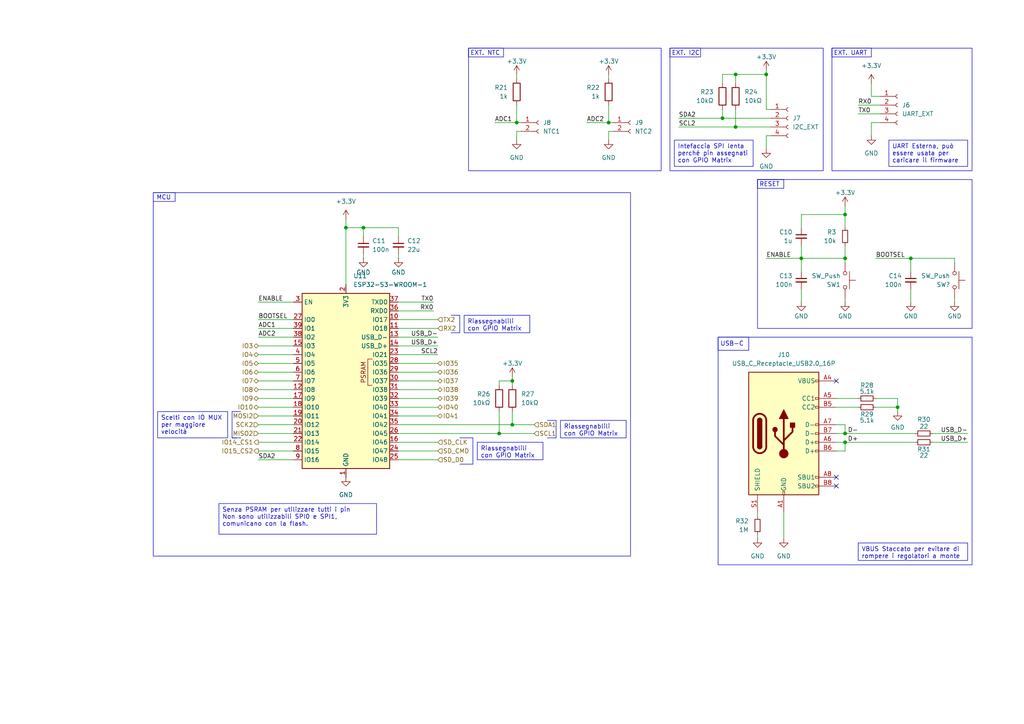
<source format=kicad_sch>
(kicad_sch
	(version 20250114)
	(generator "eeschema")
	(generator_version "9.0")
	(uuid "a9265ca2-ffb3-412f-8a5f-12dd1843d039")
	(paper "A4")
	(lib_symbols
		(symbol "Connector:Conn_01x02_Socket"
			(pin_names
				(offset 1.016)
				(hide yes)
			)
			(exclude_from_sim no)
			(in_bom yes)
			(on_board yes)
			(property "Reference" "J"
				(at 0 2.54 0)
				(effects
					(font
						(size 1.27 1.27)
					)
				)
			)
			(property "Value" "Conn_01x02_Socket"
				(at 0 -5.08 0)
				(effects
					(font
						(size 1.27 1.27)
					)
				)
			)
			(property "Footprint" ""
				(at 0 0 0)
				(effects
					(font
						(size 1.27 1.27)
					)
					(hide yes)
				)
			)
			(property "Datasheet" "~"
				(at 0 0 0)
				(effects
					(font
						(size 1.27 1.27)
					)
					(hide yes)
				)
			)
			(property "Description" "Generic connector, single row, 01x02, script generated"
				(at 0 0 0)
				(effects
					(font
						(size 1.27 1.27)
					)
					(hide yes)
				)
			)
			(property "ki_locked" ""
				(at 0 0 0)
				(effects
					(font
						(size 1.27 1.27)
					)
				)
			)
			(property "ki_keywords" "connector"
				(at 0 0 0)
				(effects
					(font
						(size 1.27 1.27)
					)
					(hide yes)
				)
			)
			(property "ki_fp_filters" "Connector*:*_1x??_*"
				(at 0 0 0)
				(effects
					(font
						(size 1.27 1.27)
					)
					(hide yes)
				)
			)
			(symbol "Conn_01x02_Socket_1_1"
				(polyline
					(pts
						(xy -1.27 0) (xy -0.508 0)
					)
					(stroke
						(width 0.1524)
						(type default)
					)
					(fill
						(type none)
					)
				)
				(polyline
					(pts
						(xy -1.27 -2.54) (xy -0.508 -2.54)
					)
					(stroke
						(width 0.1524)
						(type default)
					)
					(fill
						(type none)
					)
				)
				(arc
					(start 0 -0.508)
					(mid -0.5058 0)
					(end 0 0.508)
					(stroke
						(width 0.1524)
						(type default)
					)
					(fill
						(type none)
					)
				)
				(arc
					(start 0 -3.048)
					(mid -0.5058 -2.54)
					(end 0 -2.032)
					(stroke
						(width 0.1524)
						(type default)
					)
					(fill
						(type none)
					)
				)
				(pin passive line
					(at -5.08 0 0)
					(length 3.81)
					(name "Pin_1"
						(effects
							(font
								(size 1.27 1.27)
							)
						)
					)
					(number "1"
						(effects
							(font
								(size 1.27 1.27)
							)
						)
					)
				)
				(pin passive line
					(at -5.08 -2.54 0)
					(length 3.81)
					(name "Pin_2"
						(effects
							(font
								(size 1.27 1.27)
							)
						)
					)
					(number "2"
						(effects
							(font
								(size 1.27 1.27)
							)
						)
					)
				)
			)
			(embedded_fonts no)
		)
		(symbol "Connector:Conn_01x04_Socket"
			(pin_names
				(offset 1.016)
				(hide yes)
			)
			(exclude_from_sim no)
			(in_bom yes)
			(on_board yes)
			(property "Reference" "J"
				(at 0 5.08 0)
				(effects
					(font
						(size 1.27 1.27)
					)
				)
			)
			(property "Value" "Conn_01x04_Socket"
				(at 0 -7.62 0)
				(effects
					(font
						(size 1.27 1.27)
					)
				)
			)
			(property "Footprint" ""
				(at 0 0 0)
				(effects
					(font
						(size 1.27 1.27)
					)
					(hide yes)
				)
			)
			(property "Datasheet" "~"
				(at 0 0 0)
				(effects
					(font
						(size 1.27 1.27)
					)
					(hide yes)
				)
			)
			(property "Description" "Generic connector, single row, 01x04, script generated"
				(at 0 0 0)
				(effects
					(font
						(size 1.27 1.27)
					)
					(hide yes)
				)
			)
			(property "ki_locked" ""
				(at 0 0 0)
				(effects
					(font
						(size 1.27 1.27)
					)
				)
			)
			(property "ki_keywords" "connector"
				(at 0 0 0)
				(effects
					(font
						(size 1.27 1.27)
					)
					(hide yes)
				)
			)
			(property "ki_fp_filters" "Connector*:*_1x??_*"
				(at 0 0 0)
				(effects
					(font
						(size 1.27 1.27)
					)
					(hide yes)
				)
			)
			(symbol "Conn_01x04_Socket_1_1"
				(polyline
					(pts
						(xy -1.27 2.54) (xy -0.508 2.54)
					)
					(stroke
						(width 0.1524)
						(type default)
					)
					(fill
						(type none)
					)
				)
				(polyline
					(pts
						(xy -1.27 0) (xy -0.508 0)
					)
					(stroke
						(width 0.1524)
						(type default)
					)
					(fill
						(type none)
					)
				)
				(polyline
					(pts
						(xy -1.27 -2.54) (xy -0.508 -2.54)
					)
					(stroke
						(width 0.1524)
						(type default)
					)
					(fill
						(type none)
					)
				)
				(polyline
					(pts
						(xy -1.27 -5.08) (xy -0.508 -5.08)
					)
					(stroke
						(width 0.1524)
						(type default)
					)
					(fill
						(type none)
					)
				)
				(arc
					(start 0 2.032)
					(mid -0.5058 2.54)
					(end 0 3.048)
					(stroke
						(width 0.1524)
						(type default)
					)
					(fill
						(type none)
					)
				)
				(arc
					(start 0 -0.508)
					(mid -0.5058 0)
					(end 0 0.508)
					(stroke
						(width 0.1524)
						(type default)
					)
					(fill
						(type none)
					)
				)
				(arc
					(start 0 -3.048)
					(mid -0.5058 -2.54)
					(end 0 -2.032)
					(stroke
						(width 0.1524)
						(type default)
					)
					(fill
						(type none)
					)
				)
				(arc
					(start 0 -5.588)
					(mid -0.5058 -5.08)
					(end 0 -4.572)
					(stroke
						(width 0.1524)
						(type default)
					)
					(fill
						(type none)
					)
				)
				(pin passive line
					(at -5.08 2.54 0)
					(length 3.81)
					(name "Pin_1"
						(effects
							(font
								(size 1.27 1.27)
							)
						)
					)
					(number "1"
						(effects
							(font
								(size 1.27 1.27)
							)
						)
					)
				)
				(pin passive line
					(at -5.08 0 0)
					(length 3.81)
					(name "Pin_2"
						(effects
							(font
								(size 1.27 1.27)
							)
						)
					)
					(number "2"
						(effects
							(font
								(size 1.27 1.27)
							)
						)
					)
				)
				(pin passive line
					(at -5.08 -2.54 0)
					(length 3.81)
					(name "Pin_3"
						(effects
							(font
								(size 1.27 1.27)
							)
						)
					)
					(number "3"
						(effects
							(font
								(size 1.27 1.27)
							)
						)
					)
				)
				(pin passive line
					(at -5.08 -5.08 0)
					(length 3.81)
					(name "Pin_4"
						(effects
							(font
								(size 1.27 1.27)
							)
						)
					)
					(number "4"
						(effects
							(font
								(size 1.27 1.27)
							)
						)
					)
				)
			)
			(embedded_fonts no)
		)
		(symbol "Connector:USB_C_Receptacle_USB2.0_16P"
			(pin_names
				(offset 1.016)
			)
			(exclude_from_sim no)
			(in_bom yes)
			(on_board yes)
			(property "Reference" "J"
				(at 0 22.225 0)
				(effects
					(font
						(size 1.27 1.27)
					)
				)
			)
			(property "Value" "USB_C_Receptacle_USB2.0_16P"
				(at 0 19.685 0)
				(effects
					(font
						(size 1.27 1.27)
					)
				)
			)
			(property "Footprint" ""
				(at 3.81 0 0)
				(effects
					(font
						(size 1.27 1.27)
					)
					(hide yes)
				)
			)
			(property "Datasheet" "https://www.usb.org/sites/default/files/documents/usb_type-c.zip"
				(at 3.81 0 0)
				(effects
					(font
						(size 1.27 1.27)
					)
					(hide yes)
				)
			)
			(property "Description" "USB 2.0-only 16P Type-C Receptacle connector"
				(at 0 0 0)
				(effects
					(font
						(size 1.27 1.27)
					)
					(hide yes)
				)
			)
			(property "ki_keywords" "usb universal serial bus type-C USB2.0"
				(at 0 0 0)
				(effects
					(font
						(size 1.27 1.27)
					)
					(hide yes)
				)
			)
			(property "ki_fp_filters" "USB*C*Receptacle*"
				(at 0 0 0)
				(effects
					(font
						(size 1.27 1.27)
					)
					(hide yes)
				)
			)
			(symbol "USB_C_Receptacle_USB2.0_16P_0_0"
				(rectangle
					(start -0.254 -17.78)
					(end 0.254 -16.764)
					(stroke
						(width 0)
						(type default)
					)
					(fill
						(type none)
					)
				)
				(rectangle
					(start 10.16 15.494)
					(end 9.144 14.986)
					(stroke
						(width 0)
						(type default)
					)
					(fill
						(type none)
					)
				)
				(rectangle
					(start 10.16 10.414)
					(end 9.144 9.906)
					(stroke
						(width 0)
						(type default)
					)
					(fill
						(type none)
					)
				)
				(rectangle
					(start 10.16 7.874)
					(end 9.144 7.366)
					(stroke
						(width 0)
						(type default)
					)
					(fill
						(type none)
					)
				)
				(rectangle
					(start 10.16 2.794)
					(end 9.144 2.286)
					(stroke
						(width 0)
						(type default)
					)
					(fill
						(type none)
					)
				)
				(rectangle
					(start 10.16 0.254)
					(end 9.144 -0.254)
					(stroke
						(width 0)
						(type default)
					)
					(fill
						(type none)
					)
				)
				(rectangle
					(start 10.16 -2.286)
					(end 9.144 -2.794)
					(stroke
						(width 0)
						(type default)
					)
					(fill
						(type none)
					)
				)
				(rectangle
					(start 10.16 -4.826)
					(end 9.144 -5.334)
					(stroke
						(width 0)
						(type default)
					)
					(fill
						(type none)
					)
				)
				(rectangle
					(start 10.16 -12.446)
					(end 9.144 -12.954)
					(stroke
						(width 0)
						(type default)
					)
					(fill
						(type none)
					)
				)
				(rectangle
					(start 10.16 -14.986)
					(end 9.144 -15.494)
					(stroke
						(width 0)
						(type default)
					)
					(fill
						(type none)
					)
				)
			)
			(symbol "USB_C_Receptacle_USB2.0_16P_0_1"
				(rectangle
					(start -10.16 17.78)
					(end 10.16 -17.78)
					(stroke
						(width 0.254)
						(type default)
					)
					(fill
						(type background)
					)
				)
				(polyline
					(pts
						(xy -8.89 -3.81) (xy -8.89 3.81)
					)
					(stroke
						(width 0.508)
						(type default)
					)
					(fill
						(type none)
					)
				)
				(rectangle
					(start -7.62 -3.81)
					(end -6.35 3.81)
					(stroke
						(width 0.254)
						(type default)
					)
					(fill
						(type outline)
					)
				)
				(arc
					(start -7.62 3.81)
					(mid -6.985 4.4423)
					(end -6.35 3.81)
					(stroke
						(width 0.254)
						(type default)
					)
					(fill
						(type none)
					)
				)
				(arc
					(start -7.62 3.81)
					(mid -6.985 4.4423)
					(end -6.35 3.81)
					(stroke
						(width 0.254)
						(type default)
					)
					(fill
						(type outline)
					)
				)
				(arc
					(start -8.89 3.81)
					(mid -6.985 5.7067)
					(end -5.08 3.81)
					(stroke
						(width 0.508)
						(type default)
					)
					(fill
						(type none)
					)
				)
				(arc
					(start -5.08 -3.81)
					(mid -6.985 -5.7067)
					(end -8.89 -3.81)
					(stroke
						(width 0.508)
						(type default)
					)
					(fill
						(type none)
					)
				)
				(arc
					(start -6.35 -3.81)
					(mid -6.985 -4.4423)
					(end -7.62 -3.81)
					(stroke
						(width 0.254)
						(type default)
					)
					(fill
						(type none)
					)
				)
				(arc
					(start -6.35 -3.81)
					(mid -6.985 -4.4423)
					(end -7.62 -3.81)
					(stroke
						(width 0.254)
						(type default)
					)
					(fill
						(type outline)
					)
				)
				(polyline
					(pts
						(xy -5.08 3.81) (xy -5.08 -3.81)
					)
					(stroke
						(width 0.508)
						(type default)
					)
					(fill
						(type none)
					)
				)
				(circle
					(center -2.54 1.143)
					(radius 0.635)
					(stroke
						(width 0.254)
						(type default)
					)
					(fill
						(type outline)
					)
				)
				(polyline
					(pts
						(xy -1.27 4.318) (xy 0 6.858) (xy 1.27 4.318) (xy -1.27 4.318)
					)
					(stroke
						(width 0.254)
						(type default)
					)
					(fill
						(type outline)
					)
				)
				(polyline
					(pts
						(xy 0 -2.032) (xy 2.54 0.508) (xy 2.54 1.778)
					)
					(stroke
						(width 0.508)
						(type default)
					)
					(fill
						(type none)
					)
				)
				(polyline
					(pts
						(xy 0 -3.302) (xy -2.54 -0.762) (xy -2.54 0.508)
					)
					(stroke
						(width 0.508)
						(type default)
					)
					(fill
						(type none)
					)
				)
				(polyline
					(pts
						(xy 0 -5.842) (xy 0 4.318)
					)
					(stroke
						(width 0.508)
						(type default)
					)
					(fill
						(type none)
					)
				)
				(circle
					(center 0 -5.842)
					(radius 1.27)
					(stroke
						(width 0)
						(type default)
					)
					(fill
						(type outline)
					)
				)
				(rectangle
					(start 1.905 1.778)
					(end 3.175 3.048)
					(stroke
						(width 0.254)
						(type default)
					)
					(fill
						(type outline)
					)
				)
			)
			(symbol "USB_C_Receptacle_USB2.0_16P_1_1"
				(pin passive line
					(at -7.62 -22.86 90)
					(length 5.08)
					(name "SHIELD"
						(effects
							(font
								(size 1.27 1.27)
							)
						)
					)
					(number "S1"
						(effects
							(font
								(size 1.27 1.27)
							)
						)
					)
				)
				(pin passive line
					(at 0 -22.86 90)
					(length 5.08)
					(name "GND"
						(effects
							(font
								(size 1.27 1.27)
							)
						)
					)
					(number "A1"
						(effects
							(font
								(size 1.27 1.27)
							)
						)
					)
				)
				(pin passive line
					(at 0 -22.86 90)
					(length 5.08)
					(hide yes)
					(name "GND"
						(effects
							(font
								(size 1.27 1.27)
							)
						)
					)
					(number "A12"
						(effects
							(font
								(size 1.27 1.27)
							)
						)
					)
				)
				(pin passive line
					(at 0 -22.86 90)
					(length 5.08)
					(hide yes)
					(name "GND"
						(effects
							(font
								(size 1.27 1.27)
							)
						)
					)
					(number "B1"
						(effects
							(font
								(size 1.27 1.27)
							)
						)
					)
				)
				(pin passive line
					(at 0 -22.86 90)
					(length 5.08)
					(hide yes)
					(name "GND"
						(effects
							(font
								(size 1.27 1.27)
							)
						)
					)
					(number "B12"
						(effects
							(font
								(size 1.27 1.27)
							)
						)
					)
				)
				(pin passive line
					(at 15.24 15.24 180)
					(length 5.08)
					(name "VBUS"
						(effects
							(font
								(size 1.27 1.27)
							)
						)
					)
					(number "A4"
						(effects
							(font
								(size 1.27 1.27)
							)
						)
					)
				)
				(pin passive line
					(at 15.24 15.24 180)
					(length 5.08)
					(hide yes)
					(name "VBUS"
						(effects
							(font
								(size 1.27 1.27)
							)
						)
					)
					(number "A9"
						(effects
							(font
								(size 1.27 1.27)
							)
						)
					)
				)
				(pin passive line
					(at 15.24 15.24 180)
					(length 5.08)
					(hide yes)
					(name "VBUS"
						(effects
							(font
								(size 1.27 1.27)
							)
						)
					)
					(number "B4"
						(effects
							(font
								(size 1.27 1.27)
							)
						)
					)
				)
				(pin passive line
					(at 15.24 15.24 180)
					(length 5.08)
					(hide yes)
					(name "VBUS"
						(effects
							(font
								(size 1.27 1.27)
							)
						)
					)
					(number "B9"
						(effects
							(font
								(size 1.27 1.27)
							)
						)
					)
				)
				(pin bidirectional line
					(at 15.24 10.16 180)
					(length 5.08)
					(name "CC1"
						(effects
							(font
								(size 1.27 1.27)
							)
						)
					)
					(number "A5"
						(effects
							(font
								(size 1.27 1.27)
							)
						)
					)
				)
				(pin bidirectional line
					(at 15.24 7.62 180)
					(length 5.08)
					(name "CC2"
						(effects
							(font
								(size 1.27 1.27)
							)
						)
					)
					(number "B5"
						(effects
							(font
								(size 1.27 1.27)
							)
						)
					)
				)
				(pin bidirectional line
					(at 15.24 2.54 180)
					(length 5.08)
					(name "D-"
						(effects
							(font
								(size 1.27 1.27)
							)
						)
					)
					(number "A7"
						(effects
							(font
								(size 1.27 1.27)
							)
						)
					)
				)
				(pin bidirectional line
					(at 15.24 0 180)
					(length 5.08)
					(name "D-"
						(effects
							(font
								(size 1.27 1.27)
							)
						)
					)
					(number "B7"
						(effects
							(font
								(size 1.27 1.27)
							)
						)
					)
				)
				(pin bidirectional line
					(at 15.24 -2.54 180)
					(length 5.08)
					(name "D+"
						(effects
							(font
								(size 1.27 1.27)
							)
						)
					)
					(number "A6"
						(effects
							(font
								(size 1.27 1.27)
							)
						)
					)
				)
				(pin bidirectional line
					(at 15.24 -5.08 180)
					(length 5.08)
					(name "D+"
						(effects
							(font
								(size 1.27 1.27)
							)
						)
					)
					(number "B6"
						(effects
							(font
								(size 1.27 1.27)
							)
						)
					)
				)
				(pin bidirectional line
					(at 15.24 -12.7 180)
					(length 5.08)
					(name "SBU1"
						(effects
							(font
								(size 1.27 1.27)
							)
						)
					)
					(number "A8"
						(effects
							(font
								(size 1.27 1.27)
							)
						)
					)
				)
				(pin bidirectional line
					(at 15.24 -15.24 180)
					(length 5.08)
					(name "SBU2"
						(effects
							(font
								(size 1.27 1.27)
							)
						)
					)
					(number "B8"
						(effects
							(font
								(size 1.27 1.27)
							)
						)
					)
				)
			)
			(embedded_fonts no)
		)
		(symbol "Device:C_Small"
			(pin_numbers
				(hide yes)
			)
			(pin_names
				(offset 0.254)
				(hide yes)
			)
			(exclude_from_sim no)
			(in_bom yes)
			(on_board yes)
			(property "Reference" "C"
				(at 0.254 1.778 0)
				(effects
					(font
						(size 1.27 1.27)
					)
					(justify left)
				)
			)
			(property "Value" "C_Small"
				(at 0.254 -2.032 0)
				(effects
					(font
						(size 1.27 1.27)
					)
					(justify left)
				)
			)
			(property "Footprint" ""
				(at 0 0 0)
				(effects
					(font
						(size 1.27 1.27)
					)
					(hide yes)
				)
			)
			(property "Datasheet" "~"
				(at 0 0 0)
				(effects
					(font
						(size 1.27 1.27)
					)
					(hide yes)
				)
			)
			(property "Description" "Unpolarized capacitor, small symbol"
				(at 0 0 0)
				(effects
					(font
						(size 1.27 1.27)
					)
					(hide yes)
				)
			)
			(property "ki_keywords" "capacitor cap"
				(at 0 0 0)
				(effects
					(font
						(size 1.27 1.27)
					)
					(hide yes)
				)
			)
			(property "ki_fp_filters" "C_*"
				(at 0 0 0)
				(effects
					(font
						(size 1.27 1.27)
					)
					(hide yes)
				)
			)
			(symbol "C_Small_0_1"
				(polyline
					(pts
						(xy -1.524 0.508) (xy 1.524 0.508)
					)
					(stroke
						(width 0.3048)
						(type default)
					)
					(fill
						(type none)
					)
				)
				(polyline
					(pts
						(xy -1.524 -0.508) (xy 1.524 -0.508)
					)
					(stroke
						(width 0.3302)
						(type default)
					)
					(fill
						(type none)
					)
				)
			)
			(symbol "C_Small_1_1"
				(pin passive line
					(at 0 2.54 270)
					(length 2.032)
					(name "~"
						(effects
							(font
								(size 1.27 1.27)
							)
						)
					)
					(number "1"
						(effects
							(font
								(size 1.27 1.27)
							)
						)
					)
				)
				(pin passive line
					(at 0 -2.54 90)
					(length 2.032)
					(name "~"
						(effects
							(font
								(size 1.27 1.27)
							)
						)
					)
					(number "2"
						(effects
							(font
								(size 1.27 1.27)
							)
						)
					)
				)
			)
			(embedded_fonts no)
		)
		(symbol "Device:R"
			(pin_numbers
				(hide yes)
			)
			(pin_names
				(offset 0)
			)
			(exclude_from_sim no)
			(in_bom yes)
			(on_board yes)
			(property "Reference" "R"
				(at 2.032 0 90)
				(effects
					(font
						(size 1.27 1.27)
					)
				)
			)
			(property "Value" "R"
				(at 0 0 90)
				(effects
					(font
						(size 1.27 1.27)
					)
				)
			)
			(property "Footprint" ""
				(at -1.778 0 90)
				(effects
					(font
						(size 1.27 1.27)
					)
					(hide yes)
				)
			)
			(property "Datasheet" "~"
				(at 0 0 0)
				(effects
					(font
						(size 1.27 1.27)
					)
					(hide yes)
				)
			)
			(property "Description" "Resistor"
				(at 0 0 0)
				(effects
					(font
						(size 1.27 1.27)
					)
					(hide yes)
				)
			)
			(property "ki_keywords" "R res resistor"
				(at 0 0 0)
				(effects
					(font
						(size 1.27 1.27)
					)
					(hide yes)
				)
			)
			(property "ki_fp_filters" "R_*"
				(at 0 0 0)
				(effects
					(font
						(size 1.27 1.27)
					)
					(hide yes)
				)
			)
			(symbol "R_0_1"
				(rectangle
					(start -1.016 -2.54)
					(end 1.016 2.54)
					(stroke
						(width 0.254)
						(type default)
					)
					(fill
						(type none)
					)
				)
			)
			(symbol "R_1_1"
				(pin passive line
					(at 0 3.81 270)
					(length 1.27)
					(name "~"
						(effects
							(font
								(size 1.27 1.27)
							)
						)
					)
					(number "1"
						(effects
							(font
								(size 1.27 1.27)
							)
						)
					)
				)
				(pin passive line
					(at 0 -3.81 90)
					(length 1.27)
					(name "~"
						(effects
							(font
								(size 1.27 1.27)
							)
						)
					)
					(number "2"
						(effects
							(font
								(size 1.27 1.27)
							)
						)
					)
				)
			)
			(embedded_fonts no)
		)
		(symbol "Device:R_Small"
			(pin_numbers
				(hide yes)
			)
			(pin_names
				(offset 0.254)
				(hide yes)
			)
			(exclude_from_sim no)
			(in_bom yes)
			(on_board yes)
			(property "Reference" "R"
				(at 0 0 90)
				(effects
					(font
						(size 1.016 1.016)
					)
				)
			)
			(property "Value" "R_Small"
				(at 1.778 0 90)
				(effects
					(font
						(size 1.27 1.27)
					)
				)
			)
			(property "Footprint" ""
				(at 0 0 0)
				(effects
					(font
						(size 1.27 1.27)
					)
					(hide yes)
				)
			)
			(property "Datasheet" "~"
				(at 0 0 0)
				(effects
					(font
						(size 1.27 1.27)
					)
					(hide yes)
				)
			)
			(property "Description" "Resistor, small symbol"
				(at 0 0 0)
				(effects
					(font
						(size 1.27 1.27)
					)
					(hide yes)
				)
			)
			(property "ki_keywords" "R resistor"
				(at 0 0 0)
				(effects
					(font
						(size 1.27 1.27)
					)
					(hide yes)
				)
			)
			(property "ki_fp_filters" "R_*"
				(at 0 0 0)
				(effects
					(font
						(size 1.27 1.27)
					)
					(hide yes)
				)
			)
			(symbol "R_Small_0_1"
				(rectangle
					(start -0.762 1.778)
					(end 0.762 -1.778)
					(stroke
						(width 0.2032)
						(type default)
					)
					(fill
						(type none)
					)
				)
			)
			(symbol "R_Small_1_1"
				(pin passive line
					(at 0 2.54 270)
					(length 0.762)
					(name "~"
						(effects
							(font
								(size 1.27 1.27)
							)
						)
					)
					(number "1"
						(effects
							(font
								(size 1.27 1.27)
							)
						)
					)
				)
				(pin passive line
					(at 0 -2.54 90)
					(length 0.762)
					(name "~"
						(effects
							(font
								(size 1.27 1.27)
							)
						)
					)
					(number "2"
						(effects
							(font
								(size 1.27 1.27)
							)
						)
					)
				)
			)
			(embedded_fonts no)
		)
		(symbol "RF_Module:ESP32-S3-WROOM-1"
			(exclude_from_sim no)
			(in_bom yes)
			(on_board yes)
			(property "Reference" "U"
				(at -12.7 26.67 0)
				(effects
					(font
						(size 1.27 1.27)
					)
				)
			)
			(property "Value" "ESP32-S3-WROOM-1"
				(at 12.7 26.67 0)
				(effects
					(font
						(size 1.27 1.27)
					)
				)
			)
			(property "Footprint" "RF_Module:ESP32-S3-WROOM-1"
				(at 0 2.54 0)
				(effects
					(font
						(size 1.27 1.27)
					)
					(hide yes)
				)
			)
			(property "Datasheet" "https://www.espressif.com/sites/default/files/documentation/esp32-s3-wroom-1_wroom-1u_datasheet_en.pdf"
				(at 0 0 0)
				(effects
					(font
						(size 1.27 1.27)
					)
					(hide yes)
				)
			)
			(property "Description" "RF Module, ESP32-S3 SoC, Wi-Fi 802.11b/g/n, Bluetooth, BLE, 32-bit, 3.3V, onboard antenna, SMD"
				(at 0 0 0)
				(effects
					(font
						(size 1.27 1.27)
					)
					(hide yes)
				)
			)
			(property "ki_keywords" "RF Radio BT ESP ESP32-S3 Espressif onboard PCB antenna"
				(at 0 0 0)
				(effects
					(font
						(size 1.27 1.27)
					)
					(hide yes)
				)
			)
			(property "ki_fp_filters" "ESP32?S3?WROOM?1*"
				(at 0 0 0)
				(effects
					(font
						(size 1.27 1.27)
					)
					(hide yes)
				)
			)
			(symbol "ESP32-S3-WROOM-1_0_0"
				(rectangle
					(start -12.7 25.4)
					(end 12.7 -25.4)
					(stroke
						(width 0.254)
						(type default)
					)
					(fill
						(type background)
					)
				)
				(text "PSRAM"
					(at 5.08 2.54 900)
					(effects
						(font
							(size 1.27 1.27)
						)
					)
				)
			)
			(symbol "ESP32-S3-WROOM-1_0_1"
				(polyline
					(pts
						(xy 7.62 -1.27) (xy 6.35 -1.27) (xy 6.35 6.35) (xy 7.62 6.35)
					)
					(stroke
						(width 0)
						(type default)
					)
					(fill
						(type none)
					)
				)
			)
			(symbol "ESP32-S3-WROOM-1_1_1"
				(pin input line
					(at -15.24 22.86 0)
					(length 2.54)
					(name "EN"
						(effects
							(font
								(size 1.27 1.27)
							)
						)
					)
					(number "3"
						(effects
							(font
								(size 1.27 1.27)
							)
						)
					)
				)
				(pin bidirectional line
					(at -15.24 17.78 0)
					(length 2.54)
					(name "IO0"
						(effects
							(font
								(size 1.27 1.27)
							)
						)
					)
					(number "27"
						(effects
							(font
								(size 1.27 1.27)
							)
						)
					)
				)
				(pin bidirectional line
					(at -15.24 15.24 0)
					(length 2.54)
					(name "IO1"
						(effects
							(font
								(size 1.27 1.27)
							)
						)
					)
					(number "39"
						(effects
							(font
								(size 1.27 1.27)
							)
						)
					)
				)
				(pin bidirectional line
					(at -15.24 12.7 0)
					(length 2.54)
					(name "IO2"
						(effects
							(font
								(size 1.27 1.27)
							)
						)
					)
					(number "38"
						(effects
							(font
								(size 1.27 1.27)
							)
						)
					)
				)
				(pin bidirectional line
					(at -15.24 10.16 0)
					(length 2.54)
					(name "IO3"
						(effects
							(font
								(size 1.27 1.27)
							)
						)
					)
					(number "15"
						(effects
							(font
								(size 1.27 1.27)
							)
						)
					)
				)
				(pin bidirectional line
					(at -15.24 7.62 0)
					(length 2.54)
					(name "IO4"
						(effects
							(font
								(size 1.27 1.27)
							)
						)
					)
					(number "4"
						(effects
							(font
								(size 1.27 1.27)
							)
						)
					)
				)
				(pin bidirectional line
					(at -15.24 5.08 0)
					(length 2.54)
					(name "IO5"
						(effects
							(font
								(size 1.27 1.27)
							)
						)
					)
					(number "5"
						(effects
							(font
								(size 1.27 1.27)
							)
						)
					)
				)
				(pin bidirectional line
					(at -15.24 2.54 0)
					(length 2.54)
					(name "IO6"
						(effects
							(font
								(size 1.27 1.27)
							)
						)
					)
					(number "6"
						(effects
							(font
								(size 1.27 1.27)
							)
						)
					)
				)
				(pin bidirectional line
					(at -15.24 0 0)
					(length 2.54)
					(name "IO7"
						(effects
							(font
								(size 1.27 1.27)
							)
						)
					)
					(number "7"
						(effects
							(font
								(size 1.27 1.27)
							)
						)
					)
				)
				(pin bidirectional line
					(at -15.24 -2.54 0)
					(length 2.54)
					(name "IO8"
						(effects
							(font
								(size 1.27 1.27)
							)
						)
					)
					(number "12"
						(effects
							(font
								(size 1.27 1.27)
							)
						)
					)
				)
				(pin bidirectional line
					(at -15.24 -5.08 0)
					(length 2.54)
					(name "IO9"
						(effects
							(font
								(size 1.27 1.27)
							)
						)
					)
					(number "17"
						(effects
							(font
								(size 1.27 1.27)
							)
						)
					)
				)
				(pin bidirectional line
					(at -15.24 -7.62 0)
					(length 2.54)
					(name "IO10"
						(effects
							(font
								(size 1.27 1.27)
							)
						)
					)
					(number "18"
						(effects
							(font
								(size 1.27 1.27)
							)
						)
					)
				)
				(pin bidirectional line
					(at -15.24 -10.16 0)
					(length 2.54)
					(name "IO11"
						(effects
							(font
								(size 1.27 1.27)
							)
						)
					)
					(number "19"
						(effects
							(font
								(size 1.27 1.27)
							)
						)
					)
				)
				(pin bidirectional line
					(at -15.24 -12.7 0)
					(length 2.54)
					(name "IO12"
						(effects
							(font
								(size 1.27 1.27)
							)
						)
					)
					(number "20"
						(effects
							(font
								(size 1.27 1.27)
							)
						)
					)
				)
				(pin bidirectional line
					(at -15.24 -15.24 0)
					(length 2.54)
					(name "IO13"
						(effects
							(font
								(size 1.27 1.27)
							)
						)
					)
					(number "21"
						(effects
							(font
								(size 1.27 1.27)
							)
						)
					)
				)
				(pin bidirectional line
					(at -15.24 -17.78 0)
					(length 2.54)
					(name "IO14"
						(effects
							(font
								(size 1.27 1.27)
							)
						)
					)
					(number "22"
						(effects
							(font
								(size 1.27 1.27)
							)
						)
					)
				)
				(pin bidirectional line
					(at -15.24 -20.32 0)
					(length 2.54)
					(name "IO15"
						(effects
							(font
								(size 1.27 1.27)
							)
						)
					)
					(number "8"
						(effects
							(font
								(size 1.27 1.27)
							)
						)
					)
				)
				(pin bidirectional line
					(at -15.24 -22.86 0)
					(length 2.54)
					(name "IO16"
						(effects
							(font
								(size 1.27 1.27)
							)
						)
					)
					(number "9"
						(effects
							(font
								(size 1.27 1.27)
							)
						)
					)
				)
				(pin power_in line
					(at 0 27.94 270)
					(length 2.54)
					(name "3V3"
						(effects
							(font
								(size 1.27 1.27)
							)
						)
					)
					(number "2"
						(effects
							(font
								(size 1.27 1.27)
							)
						)
					)
				)
				(pin power_in line
					(at 0 -27.94 90)
					(length 2.54)
					(name "GND"
						(effects
							(font
								(size 1.27 1.27)
							)
						)
					)
					(number "1"
						(effects
							(font
								(size 1.27 1.27)
							)
						)
					)
				)
				(pin passive line
					(at 0 -27.94 90)
					(length 2.54)
					(hide yes)
					(name "GND"
						(effects
							(font
								(size 1.27 1.27)
							)
						)
					)
					(number "40"
						(effects
							(font
								(size 1.27 1.27)
							)
						)
					)
				)
				(pin passive line
					(at 0 -27.94 90)
					(length 2.54)
					(hide yes)
					(name "GND"
						(effects
							(font
								(size 1.27 1.27)
							)
						)
					)
					(number "41"
						(effects
							(font
								(size 1.27 1.27)
							)
						)
					)
				)
				(pin bidirectional line
					(at 15.24 22.86 180)
					(length 2.54)
					(name "TXD0"
						(effects
							(font
								(size 1.27 1.27)
							)
						)
					)
					(number "37"
						(effects
							(font
								(size 1.27 1.27)
							)
						)
					)
				)
				(pin bidirectional line
					(at 15.24 20.32 180)
					(length 2.54)
					(name "RXD0"
						(effects
							(font
								(size 1.27 1.27)
							)
						)
					)
					(number "36"
						(effects
							(font
								(size 1.27 1.27)
							)
						)
					)
				)
				(pin bidirectional line
					(at 15.24 17.78 180)
					(length 2.54)
					(name "IO17"
						(effects
							(font
								(size 1.27 1.27)
							)
						)
					)
					(number "10"
						(effects
							(font
								(size 1.27 1.27)
							)
						)
					)
				)
				(pin bidirectional line
					(at 15.24 15.24 180)
					(length 2.54)
					(name "IO18"
						(effects
							(font
								(size 1.27 1.27)
							)
						)
					)
					(number "11"
						(effects
							(font
								(size 1.27 1.27)
							)
						)
					)
				)
				(pin bidirectional line
					(at 15.24 12.7 180)
					(length 2.54)
					(name "USB_D-"
						(effects
							(font
								(size 1.27 1.27)
							)
						)
					)
					(number "13"
						(effects
							(font
								(size 1.27 1.27)
							)
						)
					)
					(alternate "IO19" bidirectional line)
				)
				(pin bidirectional line
					(at 15.24 10.16 180)
					(length 2.54)
					(name "USB_D+"
						(effects
							(font
								(size 1.27 1.27)
							)
						)
					)
					(number "14"
						(effects
							(font
								(size 1.27 1.27)
							)
						)
					)
					(alternate "IO20" bidirectional line)
				)
				(pin bidirectional line
					(at 15.24 7.62 180)
					(length 2.54)
					(name "IO21"
						(effects
							(font
								(size 1.27 1.27)
							)
						)
					)
					(number "23"
						(effects
							(font
								(size 1.27 1.27)
							)
						)
					)
				)
				(pin bidirectional line
					(at 15.24 5.08 180)
					(length 2.54)
					(name "IO35"
						(effects
							(font
								(size 1.27 1.27)
							)
						)
					)
					(number "28"
						(effects
							(font
								(size 1.27 1.27)
							)
						)
					)
				)
				(pin bidirectional line
					(at 15.24 2.54 180)
					(length 2.54)
					(name "IO36"
						(effects
							(font
								(size 1.27 1.27)
							)
						)
					)
					(number "29"
						(effects
							(font
								(size 1.27 1.27)
							)
						)
					)
				)
				(pin bidirectional line
					(at 15.24 0 180)
					(length 2.54)
					(name "IO37"
						(effects
							(font
								(size 1.27 1.27)
							)
						)
					)
					(number "30"
						(effects
							(font
								(size 1.27 1.27)
							)
						)
					)
				)
				(pin bidirectional line
					(at 15.24 -2.54 180)
					(length 2.54)
					(name "IO38"
						(effects
							(font
								(size 1.27 1.27)
							)
						)
					)
					(number "31"
						(effects
							(font
								(size 1.27 1.27)
							)
						)
					)
				)
				(pin bidirectional line
					(at 15.24 -5.08 180)
					(length 2.54)
					(name "IO39"
						(effects
							(font
								(size 1.27 1.27)
							)
						)
					)
					(number "32"
						(effects
							(font
								(size 1.27 1.27)
							)
						)
					)
				)
				(pin bidirectional line
					(at 15.24 -7.62 180)
					(length 2.54)
					(name "IO40"
						(effects
							(font
								(size 1.27 1.27)
							)
						)
					)
					(number "33"
						(effects
							(font
								(size 1.27 1.27)
							)
						)
					)
				)
				(pin bidirectional line
					(at 15.24 -10.16 180)
					(length 2.54)
					(name "IO41"
						(effects
							(font
								(size 1.27 1.27)
							)
						)
					)
					(number "34"
						(effects
							(font
								(size 1.27 1.27)
							)
						)
					)
				)
				(pin bidirectional line
					(at 15.24 -12.7 180)
					(length 2.54)
					(name "IO42"
						(effects
							(font
								(size 1.27 1.27)
							)
						)
					)
					(number "35"
						(effects
							(font
								(size 1.27 1.27)
							)
						)
					)
				)
				(pin bidirectional line
					(at 15.24 -15.24 180)
					(length 2.54)
					(name "IO45"
						(effects
							(font
								(size 1.27 1.27)
							)
						)
					)
					(number "26"
						(effects
							(font
								(size 1.27 1.27)
							)
						)
					)
				)
				(pin bidirectional line
					(at 15.24 -17.78 180)
					(length 2.54)
					(name "IO46"
						(effects
							(font
								(size 1.27 1.27)
							)
						)
					)
					(number "16"
						(effects
							(font
								(size 1.27 1.27)
							)
						)
					)
				)
				(pin bidirectional line
					(at 15.24 -20.32 180)
					(length 2.54)
					(name "IO47"
						(effects
							(font
								(size 1.27 1.27)
							)
						)
					)
					(number "24"
						(effects
							(font
								(size 1.27 1.27)
							)
						)
					)
				)
				(pin bidirectional line
					(at 15.24 -22.86 180)
					(length 2.54)
					(name "IO48"
						(effects
							(font
								(size 1.27 1.27)
							)
						)
					)
					(number "25"
						(effects
							(font
								(size 1.27 1.27)
							)
						)
					)
				)
			)
			(embedded_fonts no)
		)
		(symbol "Switch:SW_Push"
			(pin_numbers
				(hide yes)
			)
			(pin_names
				(offset 1.016)
				(hide yes)
			)
			(exclude_from_sim no)
			(in_bom yes)
			(on_board yes)
			(property "Reference" "SW"
				(at 1.27 2.54 0)
				(effects
					(font
						(size 1.27 1.27)
					)
					(justify left)
				)
			)
			(property "Value" "SW_Push"
				(at 0 -1.524 0)
				(effects
					(font
						(size 1.27 1.27)
					)
				)
			)
			(property "Footprint" ""
				(at 0 5.08 0)
				(effects
					(font
						(size 1.27 1.27)
					)
					(hide yes)
				)
			)
			(property "Datasheet" "~"
				(at 0 5.08 0)
				(effects
					(font
						(size 1.27 1.27)
					)
					(hide yes)
				)
			)
			(property "Description" "Push button switch, generic, two pins"
				(at 0 0 0)
				(effects
					(font
						(size 1.27 1.27)
					)
					(hide yes)
				)
			)
			(property "ki_keywords" "switch normally-open pushbutton push-button"
				(at 0 0 0)
				(effects
					(font
						(size 1.27 1.27)
					)
					(hide yes)
				)
			)
			(symbol "SW_Push_0_1"
				(circle
					(center -2.032 0)
					(radius 0.508)
					(stroke
						(width 0)
						(type default)
					)
					(fill
						(type none)
					)
				)
				(polyline
					(pts
						(xy 0 1.27) (xy 0 3.048)
					)
					(stroke
						(width 0)
						(type default)
					)
					(fill
						(type none)
					)
				)
				(circle
					(center 2.032 0)
					(radius 0.508)
					(stroke
						(width 0)
						(type default)
					)
					(fill
						(type none)
					)
				)
				(polyline
					(pts
						(xy 2.54 1.27) (xy -2.54 1.27)
					)
					(stroke
						(width 0)
						(type default)
					)
					(fill
						(type none)
					)
				)
				(pin passive line
					(at -5.08 0 0)
					(length 2.54)
					(name "1"
						(effects
							(font
								(size 1.27 1.27)
							)
						)
					)
					(number "1"
						(effects
							(font
								(size 1.27 1.27)
							)
						)
					)
				)
				(pin passive line
					(at 5.08 0 180)
					(length 2.54)
					(name "2"
						(effects
							(font
								(size 1.27 1.27)
							)
						)
					)
					(number "2"
						(effects
							(font
								(size 1.27 1.27)
							)
						)
					)
				)
			)
			(embedded_fonts no)
		)
		(symbol "power:+3.3V"
			(power)
			(pin_numbers
				(hide yes)
			)
			(pin_names
				(offset 0)
				(hide yes)
			)
			(exclude_from_sim no)
			(in_bom yes)
			(on_board yes)
			(property "Reference" "#PWR"
				(at 0 -3.81 0)
				(effects
					(font
						(size 1.27 1.27)
					)
					(hide yes)
				)
			)
			(property "Value" "+3.3V"
				(at 0 3.556 0)
				(effects
					(font
						(size 1.27 1.27)
					)
				)
			)
			(property "Footprint" ""
				(at 0 0 0)
				(effects
					(font
						(size 1.27 1.27)
					)
					(hide yes)
				)
			)
			(property "Datasheet" ""
				(at 0 0 0)
				(effects
					(font
						(size 1.27 1.27)
					)
					(hide yes)
				)
			)
			(property "Description" "Power symbol creates a global label with name \"+3.3V\""
				(at 0 0 0)
				(effects
					(font
						(size 1.27 1.27)
					)
					(hide yes)
				)
			)
			(property "ki_keywords" "global power"
				(at 0 0 0)
				(effects
					(font
						(size 1.27 1.27)
					)
					(hide yes)
				)
			)
			(symbol "+3.3V_0_1"
				(polyline
					(pts
						(xy -0.762 1.27) (xy 0 2.54)
					)
					(stroke
						(width 0)
						(type default)
					)
					(fill
						(type none)
					)
				)
				(polyline
					(pts
						(xy 0 2.54) (xy 0.762 1.27)
					)
					(stroke
						(width 0)
						(type default)
					)
					(fill
						(type none)
					)
				)
				(polyline
					(pts
						(xy 0 0) (xy 0 2.54)
					)
					(stroke
						(width 0)
						(type default)
					)
					(fill
						(type none)
					)
				)
			)
			(symbol "+3.3V_1_1"
				(pin power_in line
					(at 0 0 90)
					(length 0)
					(name "~"
						(effects
							(font
								(size 1.27 1.27)
							)
						)
					)
					(number "1"
						(effects
							(font
								(size 1.27 1.27)
							)
						)
					)
				)
			)
			(embedded_fonts no)
		)
		(symbol "power:GND"
			(power)
			(pin_numbers
				(hide yes)
			)
			(pin_names
				(offset 0)
				(hide yes)
			)
			(exclude_from_sim no)
			(in_bom yes)
			(on_board yes)
			(property "Reference" "#PWR"
				(at 0 -6.35 0)
				(effects
					(font
						(size 1.27 1.27)
					)
					(hide yes)
				)
			)
			(property "Value" "GND"
				(at 0 -3.81 0)
				(effects
					(font
						(size 1.27 1.27)
					)
				)
			)
			(property "Footprint" ""
				(at 0 0 0)
				(effects
					(font
						(size 1.27 1.27)
					)
					(hide yes)
				)
			)
			(property "Datasheet" ""
				(at 0 0 0)
				(effects
					(font
						(size 1.27 1.27)
					)
					(hide yes)
				)
			)
			(property "Description" "Power symbol creates a global label with name \"GND\" , ground"
				(at 0 0 0)
				(effects
					(font
						(size 1.27 1.27)
					)
					(hide yes)
				)
			)
			(property "ki_keywords" "global power"
				(at 0 0 0)
				(effects
					(font
						(size 1.27 1.27)
					)
					(hide yes)
				)
			)
			(symbol "GND_0_1"
				(polyline
					(pts
						(xy 0 0) (xy 0 -1.27) (xy 1.27 -1.27) (xy 0 -2.54) (xy -1.27 -1.27) (xy 0 -1.27)
					)
					(stroke
						(width 0)
						(type default)
					)
					(fill
						(type none)
					)
				)
			)
			(symbol "GND_1_1"
				(pin power_in line
					(at 0 0 270)
					(length 0)
					(name "~"
						(effects
							(font
								(size 1.27 1.27)
							)
						)
					)
					(number "1"
						(effects
							(font
								(size 1.27 1.27)
							)
						)
					)
				)
			)
			(embedded_fonts no)
		)
	)
	(rectangle
		(start 135.89 13.97)
		(end 146.05 16.51)
		(stroke
			(width 0)
			(type default)
		)
		(fill
			(type none)
		)
		(uuid 13811e71-af79-4c5e-9de3-bb8470913d25)
	)
	(rectangle
		(start 241.3 13.97)
		(end 252.73 16.51)
		(stroke
			(width 0)
			(type default)
		)
		(fill
			(type none)
		)
		(uuid 18f5d20a-99a4-415b-9060-62273e1fb222)
	)
	(rectangle
		(start 194.31 13.97)
		(end 203.2 16.51)
		(stroke
			(width 0)
			(type default)
		)
		(fill
			(type none)
		)
		(uuid 24e05b85-6593-49e3-b3af-e1cfc78bfedb)
	)
	(rectangle
		(start 135.89 13.97)
		(end 191.77 49.53)
		(stroke
			(width 0)
			(type default)
		)
		(fill
			(type none)
		)
		(uuid 26b6c788-4874-4ece-966e-35945acb7001)
	)
	(rectangle
		(start 44.45 55.88)
		(end 182.88 161.29)
		(stroke
			(width 0)
			(type default)
		)
		(fill
			(type none)
		)
		(uuid 4c7dcd2b-0952-4292-aba2-ced858acc545)
	)
	(rectangle
		(start 241.3 13.97)
		(end 281.94 49.53)
		(stroke
			(width 0)
			(type default)
		)
		(fill
			(type none)
		)
		(uuid 51d1a1d4-4b0a-48f8-b7a7-ac59abedb9aa)
	)
	(rectangle
		(start 219.71 52.07)
		(end 227.33 54.61)
		(stroke
			(width 0)
			(type default)
		)
		(fill
			(type none)
		)
		(uuid 76be40db-6dd6-4c02-85c9-4d140da42039)
	)
	(rectangle
		(start 219.71 52.07)
		(end 281.94 95.25)
		(stroke
			(width 0)
			(type default)
		)
		(fill
			(type none)
		)
		(uuid 79e9dc38-908e-4edd-bd30-23651cbae36d)
	)
	(rectangle
		(start 194.31 13.97)
		(end 238.76 49.53)
		(stroke
			(width 0)
			(type default)
		)
		(fill
			(type none)
		)
		(uuid 826430bb-f892-4582-bcd5-c84eb2466005)
	)
	(rectangle
		(start 208.28 97.79)
		(end 281.94 163.83)
		(stroke
			(width 0)
			(type default)
		)
		(fill
			(type none)
		)
		(uuid 8b85bd1d-9cf0-4545-8131-64dfaaf6cb23)
	)
	(rectangle
		(start 208.28 97.79)
		(end 217.17 101.6)
		(stroke
			(width 0)
			(type default)
		)
		(fill
			(type none)
		)
		(uuid b40ace88-e5fe-4555-8929-503c60e909df)
	)
	(rectangle
		(start 44.45 55.88)
		(end 50.8 58.42)
		(stroke
			(width 0)
			(type default)
		)
		(fill
			(type none)
		)
		(uuid f7c6ed0f-4415-43b7-91fc-5187f71fe754)
	)
	(text "RESET"
		(exclude_from_sim no)
		(at 220.218 53.594 0)
		(effects
			(font
				(size 1.27 1.27)
			)
			(justify left)
		)
		(uuid "635a8563-140a-4639-a4e8-c4353fc3ee05")
	)
	(text "EXT. I2C"
		(exclude_from_sim no)
		(at 194.818 15.494 0)
		(effects
			(font
				(size 1.27 1.27)
			)
			(justify left)
		)
		(uuid "9ff05530-9b8a-4fce-8ded-0c88cc49c23a")
	)
	(text "USB-C"
		(exclude_from_sim no)
		(at 212.344 99.822 0)
		(effects
			(font
				(size 1.27 1.27)
			)
		)
		(uuid "ab4c72e3-208c-4c96-80f2-8166b0e1e527")
	)
	(text "MCU"
		(exclude_from_sim no)
		(at 47.498 57.404 0)
		(effects
			(font
				(size 1.27 1.27)
			)
		)
		(uuid "bd0f8d11-a776-4fa1-a8fe-929883db67b9")
	)
	(text "EXT. UART"
		(exclude_from_sim no)
		(at 241.808 15.494 0)
		(effects
			(font
				(size 1.27 1.27)
			)
			(justify left)
		)
		(uuid "d5af1088-65b4-4277-916d-1821edc446b5")
	)
	(text "EXT. NTC"
		(exclude_from_sim no)
		(at 136.398 15.494 0)
		(effects
			(font
				(size 1.27 1.27)
			)
			(justify left)
		)
		(uuid "fbaaefd6-21e3-4907-825c-9a10e404b1a4")
	)
	(text_box "UART Esterna, può essere usata per caricare il firmware"
		(exclude_from_sim no)
		(at 257.81 40.64 0)
		(size 22.86 7.62)
		(margins 0.9525 0.9525 0.9525 0.9525)
		(stroke
			(width 0)
			(type solid)
		)
		(fill
			(type none)
		)
		(effects
			(font
				(size 1.27 1.27)
			)
			(justify left top)
		)
		(uuid "06e62cce-1865-4c6a-b433-1b0ae66194e2")
	)
	(text_box "Scelti con IO MUX per maggiore velocità"
		(exclude_from_sim no)
		(at 45.72 119.38 0)
		(size 20.32 7.62)
		(margins 0.9525 0.9525 0.9525 0.9525)
		(stroke
			(width 0)
			(type solid)
		)
		(fill
			(type none)
		)
		(effects
			(font
				(size 1.27 1.27)
			)
			(justify left top)
		)
		(uuid "2de8162e-6891-4038-bd78-f4cf789c5472")
	)
	(text_box "VBUS Staccato per evitare di rompere i regolatori a monte\n"
		(exclude_from_sim no)
		(at 248.92 157.48 0)
		(size 31.75 5.08)
		(margins 0.9525 0.9525 0.9525 0.9525)
		(stroke
			(width 0)
			(type solid)
		)
		(fill
			(type none)
		)
		(effects
			(font
				(size 1.27 1.27)
			)
			(justify left top)
		)
		(uuid "345eda2b-54d8-4f19-8b53-13dd19c91985")
	)
	(text_box "Intefaccia SPI lenta perché pin assegnati con GPIO Matrix"
		(exclude_from_sim no)
		(at 195.58 40.64 0)
		(size 22.86 7.62)
		(margins 0.9525 0.9525 0.9525 0.9525)
		(stroke
			(width 0)
			(type solid)
		)
		(fill
			(type none)
		)
		(effects
			(font
				(size 1.27 1.27)
			)
			(justify left top)
		)
		(uuid "633cec7c-58a3-4d6d-b1f8-12cdfd54933d")
	)
	(text_box "Riassegnablili con GPIO Matrix"
		(exclude_from_sim no)
		(at 162.56 121.92 0)
		(size 19.05 5.08)
		(margins 0.9525 0.9525 0.9525 0.9525)
		(stroke
			(width 0)
			(type solid)
		)
		(fill
			(type none)
		)
		(effects
			(font
				(size 1.27 1.27)
			)
			(justify left top)
		)
		(uuid "968def1f-128b-485c-98f7-40a799c83d6f")
	)
	(text_box "Riassegnablili con GPIO Matrix"
		(exclude_from_sim no)
		(at 134.62 91.44 0)
		(size 19.05 5.08)
		(margins 0.9525 0.9525 0.9525 0.9525)
		(stroke
			(width 0)
			(type solid)
		)
		(fill
			(type none)
		)
		(effects
			(font
				(size 1.27 1.27)
			)
			(justify left top)
		)
		(uuid "bca59962-ac53-4215-b33c-4b4c42fffed4")
	)
	(text_box "Riassegnablili con GPIO Matrix"
		(exclude_from_sim no)
		(at 138.43 128.27 0)
		(size 19.05 5.08)
		(margins 0.9525 0.9525 0.9525 0.9525)
		(stroke
			(width 0)
			(type solid)
		)
		(fill
			(type none)
		)
		(effects
			(font
				(size 1.27 1.27)
			)
			(justify left top)
		)
		(uuid "f5fda84d-129d-4a03-9f41-649b6225cc5e")
	)
	(text_box "Senza PSRAM per utilizzare tutti i pin\nNon sono utilizzabili SPI0 e SPI1, comunicano con la flash.\n\n"
		(exclude_from_sim no)
		(at 63.5 146.05 0)
		(size 45.72 8.89)
		(margins 0.9525 0.9525 0.9525 0.9525)
		(stroke
			(width 0)
			(type solid)
		)
		(fill
			(type none)
		)
		(effects
			(font
				(size 1.27 1.27)
			)
			(justify left top)
		)
		(uuid "f76a7e49-e2f1-4880-935f-b53aefa6a396")
	)
	(junction
		(at 264.16 74.93)
		(diameter 0)
		(color 0 0 0 0)
		(uuid "0b48a9b6-4441-4088-a630-38e11af0c112")
	)
	(junction
		(at 232.41 74.93)
		(diameter 0)
		(color 0 0 0 0)
		(uuid "18283471-abb8-44ed-97e1-c0e1a4fdd267")
	)
	(junction
		(at 100.33 66.04)
		(diameter 0)
		(color 0 0 0 0)
		(uuid "2a4814ef-70f7-4b8f-8e3d-9bf70f7139f1")
	)
	(junction
		(at 149.86 35.56)
		(diameter 0)
		(color 0 0 0 0)
		(uuid "40db5a1d-0f82-4d6c-bb68-46ad4a83cea9")
	)
	(junction
		(at 176.53 35.56)
		(diameter 0)
		(color 0 0 0 0)
		(uuid "41d9de89-2fd0-475e-99d1-bf25461b301c")
	)
	(junction
		(at 209.55 34.29)
		(diameter 0)
		(color 0 0 0 0)
		(uuid "424a1222-9472-43f0-b082-adbaa92cea8c")
	)
	(junction
		(at 213.36 36.83)
		(diameter 0)
		(color 0 0 0 0)
		(uuid "4623cf6a-6f47-46cf-81ff-45212a93de36")
	)
	(junction
		(at 148.59 110.49)
		(diameter 0)
		(color 0 0 0 0)
		(uuid "6b5f7932-275b-4d42-a0c4-6c7ea0754107")
	)
	(junction
		(at 148.59 123.19)
		(diameter 0)
		(color 0 0 0 0)
		(uuid "8d68fb5a-ef42-4dd4-965d-601072257f9d")
	)
	(junction
		(at 245.11 128.27)
		(diameter 0)
		(color 0 0 0 0)
		(uuid "9c220849-9f14-4eb5-b61c-7340aa2b87b4")
	)
	(junction
		(at 213.36 21.59)
		(diameter 0)
		(color 0 0 0 0)
		(uuid "a62ac927-aced-4cd2-b83e-6a4d7a613653")
	)
	(junction
		(at 245.11 62.23)
		(diameter 0)
		(color 0 0 0 0)
		(uuid "a77547e1-720c-4530-a67e-73c36fd872aa")
	)
	(junction
		(at 260.35 118.11)
		(diameter 0)
		(color 0 0 0 0)
		(uuid "c7e227c6-b340-4050-8750-042e06d341df")
	)
	(junction
		(at 105.41 66.04)
		(diameter 0)
		(color 0 0 0 0)
		(uuid "c8259a4f-78ba-40be-b776-5e015572be8f")
	)
	(junction
		(at 222.25 21.59)
		(diameter 0)
		(color 0 0 0 0)
		(uuid "d041d108-3058-4325-a512-4fc4b0c83dd2")
	)
	(junction
		(at 245.11 74.93)
		(diameter 0)
		(color 0 0 0 0)
		(uuid "d7e540f0-b756-4ca8-a68c-1d17c3ece36e")
	)
	(junction
		(at 144.78 125.73)
		(diameter 0)
		(color 0 0 0 0)
		(uuid "eec6465a-11ed-42d2-a48f-cc99c2d0d20d")
	)
	(junction
		(at 245.11 125.73)
		(diameter 0)
		(color 0 0 0 0)
		(uuid "f777dea3-6df9-4f01-8ecf-3fdbb2c62c26")
	)
	(no_connect
		(at 242.57 110.49)
		(uuid "5e4d1de2-b20b-4173-b8a2-92bd8801876b")
	)
	(no_connect
		(at 242.57 138.43)
		(uuid "aaf4aad5-d57b-4d6c-b10f-9e7bac812d32")
	)
	(no_connect
		(at 242.57 140.97)
		(uuid "cc02a982-7b52-465b-b233-72e19366101b")
	)
	(wire
		(pts
			(xy 115.57 74.93) (xy 115.57 73.66)
		)
		(stroke
			(width 0)
			(type default)
		)
		(uuid "02d3a460-6fa0-48da-bd98-32a30507a7e9")
	)
	(polyline
		(pts
			(xy 67.31 127) (xy 68.58 127)
		)
		(stroke
			(width 0)
			(type default)
		)
		(uuid "044f3e84-2bf5-4252-a706-e245604094af")
	)
	(wire
		(pts
			(xy 222.25 74.93) (xy 232.41 74.93)
		)
		(stroke
			(width 0)
			(type default)
		)
		(uuid "05ba3e62-060f-4fb2-b199-df600c0d1159")
	)
	(wire
		(pts
			(xy 125.73 87.63) (xy 115.57 87.63)
		)
		(stroke
			(width 0)
			(type default)
		)
		(uuid "0a162e0d-6d5b-4b6b-a6a9-bbd884d30c7a")
	)
	(polyline
		(pts
			(xy 133.35 134.62) (xy 137.16 134.62)
		)
		(stroke
			(width 0)
			(type default)
		)
		(uuid "0d706e49-8d33-43d9-a00e-d76b1f74a73e")
	)
	(wire
		(pts
			(xy 213.36 21.59) (xy 222.25 21.59)
		)
		(stroke
			(width 0)
			(type default)
		)
		(uuid "0e1e61ee-592c-4c22-8a8d-3abb24e7e735")
	)
	(wire
		(pts
			(xy 115.57 125.73) (xy 144.78 125.73)
		)
		(stroke
			(width 0)
			(type default)
		)
		(uuid "0eb8d1f4-355f-4d9e-99cb-cb82fa6408c5")
	)
	(wire
		(pts
			(xy 149.86 30.48) (xy 149.86 35.56)
		)
		(stroke
			(width 0)
			(type default)
		)
		(uuid "0f1a9991-04af-4af0-bb66-5708b5daa085")
	)
	(wire
		(pts
			(xy 176.53 38.1) (xy 177.8 38.1)
		)
		(stroke
			(width 0)
			(type default)
		)
		(uuid "1058c881-dd52-4621-81dc-5ae61880342a")
	)
	(wire
		(pts
			(xy 245.11 62.23) (xy 245.11 66.04)
		)
		(stroke
			(width 0)
			(type default)
		)
		(uuid "12439342-1daf-4f48-b5c7-ed57eab91914")
	)
	(wire
		(pts
			(xy 245.11 125.73) (xy 265.43 125.73)
		)
		(stroke
			(width 0)
			(type default)
		)
		(uuid "1502e136-039f-4a1d-9de8-6d5012877353")
	)
	(wire
		(pts
			(xy 115.57 120.65) (xy 127 120.65)
		)
		(stroke
			(width 0)
			(type default)
		)
		(uuid "171509d3-e198-4280-9c8a-b0cc45ef51eb")
	)
	(polyline
		(pts
			(xy 68.58 127) (xy 69.85 127)
		)
		(stroke
			(width 0)
			(type default)
		)
		(uuid "1a63b9d8-0d9d-4ffe-ab7f-adc804ac928d")
	)
	(wire
		(pts
			(xy 252.73 35.56) (xy 252.73 39.37)
		)
		(stroke
			(width 0)
			(type default)
		)
		(uuid "1bdb9d75-ca6e-410c-9a07-2232687e5bca")
	)
	(wire
		(pts
			(xy 176.53 30.48) (xy 176.53 35.56)
		)
		(stroke
			(width 0)
			(type default)
		)
		(uuid "1f71c4dc-975b-482e-a2f1-4be660ec8a36")
	)
	(polyline
		(pts
			(xy 68.58 119.38) (xy 67.31 119.38)
		)
		(stroke
			(width 0)
			(type default)
		)
		(uuid "224d0da2-d3a3-4b02-9f66-bf8b2d1400a0")
	)
	(wire
		(pts
			(xy 232.41 74.93) (xy 232.41 78.74)
		)
		(stroke
			(width 0)
			(type default)
		)
		(uuid "23c44c3a-8b1c-4cb2-91c8-8b63841e1f99")
	)
	(wire
		(pts
			(xy 232.41 62.23) (xy 245.11 62.23)
		)
		(stroke
			(width 0)
			(type default)
		)
		(uuid "26e3e01c-c1ee-419d-8f2b-562ff0e9c3df")
	)
	(wire
		(pts
			(xy 222.25 21.59) (xy 222.25 20.32)
		)
		(stroke
			(width 0)
			(type default)
		)
		(uuid "299849fa-8763-4da3-98f0-893cc5fb118a")
	)
	(wire
		(pts
			(xy 149.86 38.1) (xy 149.86 40.64)
		)
		(stroke
			(width 0)
			(type default)
		)
		(uuid "2aab9a1c-c93f-4d2c-a7ce-27838e61e311")
	)
	(wire
		(pts
			(xy 213.36 31.75) (xy 213.36 36.83)
		)
		(stroke
			(width 0)
			(type default)
		)
		(uuid "2d79c7a8-42e5-4467-a9fe-d31fd19ed2a9")
	)
	(wire
		(pts
			(xy 245.11 125.73) (xy 245.11 123.19)
		)
		(stroke
			(width 0)
			(type default)
		)
		(uuid "2e34d927-d7ac-4c89-bc02-20e12e8f04c7")
	)
	(wire
		(pts
			(xy 242.57 118.11) (xy 248.92 118.11)
		)
		(stroke
			(width 0)
			(type default)
		)
		(uuid "309e65b4-55ec-40f3-9228-5dbe8f17837e")
	)
	(wire
		(pts
			(xy 222.25 39.37) (xy 222.25 43.18)
		)
		(stroke
			(width 0)
			(type default)
		)
		(uuid "32d9387c-b379-450c-b814-786a1ac5d5a0")
	)
	(wire
		(pts
			(xy 176.53 38.1) (xy 176.53 40.64)
		)
		(stroke
			(width 0)
			(type default)
		)
		(uuid "348d7d18-78cb-4158-bd47-c2b9d27e493d")
	)
	(wire
		(pts
			(xy 74.93 120.65) (xy 85.09 120.65)
		)
		(stroke
			(width 0)
			(type default)
		)
		(uuid "36bb5174-acca-47e9-add2-a6ce39863155")
	)
	(wire
		(pts
			(xy 115.57 113.03) (xy 127 113.03)
		)
		(stroke
			(width 0)
			(type default)
		)
		(uuid "371eb7c3-6b5e-40e7-8a81-a1a691508bf0")
	)
	(wire
		(pts
			(xy 148.59 110.49) (xy 148.59 111.76)
		)
		(stroke
			(width 0)
			(type default)
		)
		(uuid "3c07c910-6e97-4ae4-a8da-d4df64c0d00a")
	)
	(wire
		(pts
			(xy 74.93 105.41) (xy 85.09 105.41)
		)
		(stroke
			(width 0)
			(type default)
		)
		(uuid "3ea5ae06-4ef6-4f95-a12f-a6ab453e29d6")
	)
	(wire
		(pts
			(xy 255.27 27.94) (xy 252.73 27.94)
		)
		(stroke
			(width 0)
			(type default)
		)
		(uuid "479af351-04e1-4bb3-a647-952f562adaf0")
	)
	(wire
		(pts
			(xy 232.41 71.12) (xy 232.41 74.93)
		)
		(stroke
			(width 0)
			(type default)
		)
		(uuid "48467c9f-0e53-4ddc-a07d-e87da3e5133f")
	)
	(wire
		(pts
			(xy 176.53 35.56) (xy 177.8 35.56)
		)
		(stroke
			(width 0)
			(type default)
		)
		(uuid "4e23c09a-5287-4830-ae5d-e6ec97a0b061")
	)
	(wire
		(pts
			(xy 144.78 110.49) (xy 144.78 111.76)
		)
		(stroke
			(width 0)
			(type default)
		)
		(uuid "4ec6c7d8-28b3-4f09-9bdf-a11076e300ce")
	)
	(wire
		(pts
			(xy 254 118.11) (xy 260.35 118.11)
		)
		(stroke
			(width 0)
			(type default)
		)
		(uuid "4fdc044d-0dfd-4696-abef-7266ed6e252c")
	)
	(wire
		(pts
			(xy 74.93 113.03) (xy 85.09 113.03)
		)
		(stroke
			(width 0)
			(type default)
		)
		(uuid "54090f0c-e285-4895-8289-3b8b3728f9fd")
	)
	(wire
		(pts
			(xy 252.73 24.13) (xy 252.73 27.94)
		)
		(stroke
			(width 0)
			(type default)
		)
		(uuid "56895859-d7b7-457d-ac5f-28b9f7c10722")
	)
	(wire
		(pts
			(xy 115.57 95.25) (xy 127 95.25)
		)
		(stroke
			(width 0)
			(type default)
		)
		(uuid "5805826d-f8e0-46db-8e7e-aad1e3269f5e")
	)
	(wire
		(pts
			(xy 248.92 30.48) (xy 255.27 30.48)
		)
		(stroke
			(width 0)
			(type default)
		)
		(uuid "58aff7b2-216e-467f-8a60-067a5e536a2d")
	)
	(wire
		(pts
			(xy 276.86 87.63) (xy 276.86 86.36)
		)
		(stroke
			(width 0)
			(type default)
		)
		(uuid "5afd9a3a-88fd-4cd7-9545-73e5e624195a")
	)
	(wire
		(pts
			(xy 105.41 74.93) (xy 105.41 73.66)
		)
		(stroke
			(width 0)
			(type default)
		)
		(uuid "5b5769f0-eb09-4256-8875-dda4b1aff4f0")
	)
	(wire
		(pts
			(xy 245.11 123.19) (xy 242.57 123.19)
		)
		(stroke
			(width 0)
			(type default)
		)
		(uuid "5e8fb8e3-d005-420d-bd4e-7dfe2143d1fe")
	)
	(wire
		(pts
			(xy 222.25 31.75) (xy 222.25 21.59)
		)
		(stroke
			(width 0)
			(type default)
		)
		(uuid "5ebddc1c-ed09-4f54-860d-ee57b85188ff")
	)
	(wire
		(pts
			(xy 74.93 110.49) (xy 85.09 110.49)
		)
		(stroke
			(width 0)
			(type default)
		)
		(uuid "5ebe3d4a-6b24-47ce-9e99-880b69ff4205")
	)
	(wire
		(pts
			(xy 242.57 125.73) (xy 245.11 125.73)
		)
		(stroke
			(width 0)
			(type default)
		)
		(uuid "62a383e6-0a64-45c1-b8d9-805efd0a6b51")
	)
	(wire
		(pts
			(xy 213.36 21.59) (xy 213.36 24.13)
		)
		(stroke
			(width 0)
			(type default)
		)
		(uuid "62a50eeb-352e-4464-970e-5d3575610741")
	)
	(wire
		(pts
			(xy 115.57 92.71) (xy 127 92.71)
		)
		(stroke
			(width 0)
			(type default)
		)
		(uuid "6453202d-87fb-4789-b55f-c6351f194877")
	)
	(wire
		(pts
			(xy 219.71 154.94) (xy 219.71 156.21)
		)
		(stroke
			(width 0)
			(type default)
		)
		(uuid "6789f351-d112-4b4f-aa1e-a6dfddf78506")
	)
	(wire
		(pts
			(xy 232.41 66.04) (xy 232.41 62.23)
		)
		(stroke
			(width 0)
			(type default)
		)
		(uuid "6798ce81-38f6-4e99-bb08-f05bc49c44b3")
	)
	(wire
		(pts
			(xy 245.11 74.93) (xy 245.11 76.2)
		)
		(stroke
			(width 0)
			(type default)
		)
		(uuid "68c654ec-eff4-4029-b13b-8dd1d9deb97c")
	)
	(polyline
		(pts
			(xy 137.16 127) (xy 137.16 134.62)
		)
		(stroke
			(width 0)
			(type default)
		)
		(uuid "69d4c7d5-46e8-48b7-867b-e7ddba307354")
	)
	(wire
		(pts
			(xy 105.41 66.04) (xy 115.57 66.04)
		)
		(stroke
			(width 0)
			(type default)
		)
		(uuid "6b24622a-6181-4162-9ddb-79d653ccbec7")
	)
	(wire
		(pts
			(xy 115.57 110.49) (xy 127 110.49)
		)
		(stroke
			(width 0)
			(type default)
		)
		(uuid "6b38eb5d-3211-44ab-9c08-fe01dd8ee395")
	)
	(wire
		(pts
			(xy 242.57 115.57) (xy 248.92 115.57)
		)
		(stroke
			(width 0)
			(type default)
		)
		(uuid "6c8cc9cd-f423-4628-9e2d-8922da0c4794")
	)
	(wire
		(pts
			(xy 260.35 115.57) (xy 260.35 118.11)
		)
		(stroke
			(width 0)
			(type default)
		)
		(uuid "6e5c5eb3-b918-45b4-b7d3-29b4ab33129d")
	)
	(wire
		(pts
			(xy 245.11 71.12) (xy 245.11 74.93)
		)
		(stroke
			(width 0)
			(type default)
		)
		(uuid "72b2c184-6960-4829-a181-b164fc26fe4f")
	)
	(wire
		(pts
			(xy 209.55 21.59) (xy 209.55 24.13)
		)
		(stroke
			(width 0)
			(type default)
		)
		(uuid "74b7a991-c173-4f1f-b52f-384ab869f93b")
	)
	(wire
		(pts
			(xy 85.09 133.35) (xy 74.93 133.35)
		)
		(stroke
			(width 0)
			(type default)
		)
		(uuid "7644164c-5e18-4c34-8396-f14f9a10a1ef")
	)
	(wire
		(pts
			(xy 115.57 130.81) (xy 127 130.81)
		)
		(stroke
			(width 0)
			(type default)
		)
		(uuid "77bee7f6-c8fe-4f02-9060-5aaeacb51a1f")
	)
	(wire
		(pts
			(xy 74.93 97.79) (xy 85.09 97.79)
		)
		(stroke
			(width 0)
			(type default)
		)
		(uuid "77ec8f23-d9f7-441f-a825-300e6a377423")
	)
	(wire
		(pts
			(xy 115.57 123.19) (xy 148.59 123.19)
		)
		(stroke
			(width 0)
			(type default)
		)
		(uuid "78101e4b-7fa9-4747-b8e7-2aa53d09a75f")
	)
	(wire
		(pts
			(xy 74.93 100.33) (xy 85.09 100.33)
		)
		(stroke
			(width 0)
			(type default)
		)
		(uuid "788210c0-5bf7-40f1-b042-6735cbe19e78")
	)
	(wire
		(pts
			(xy 170.18 35.56) (xy 176.53 35.56)
		)
		(stroke
			(width 0)
			(type default)
		)
		(uuid "79366c12-6b0b-49ce-89a9-b71fb9353e07")
	)
	(polyline
		(pts
			(xy 67.31 127) (xy 68.58 127)
		)
		(stroke
			(width 0)
			(type default)
		)
		(uuid "795c04cd-909d-4e1d-a7c6-c44ae152a7d8")
	)
	(wire
		(pts
			(xy 264.16 74.93) (xy 276.86 74.93)
		)
		(stroke
			(width 0)
			(type default)
		)
		(uuid "7a8b892e-9f8d-4a1c-b6d2-6e0a64ed6660")
	)
	(wire
		(pts
			(xy 74.93 130.81) (xy 85.09 130.81)
		)
		(stroke
			(width 0)
			(type default)
		)
		(uuid "7de2e899-9e01-42e0-8642-52fccd1a2d0c")
	)
	(wire
		(pts
			(xy 255.27 35.56) (xy 252.73 35.56)
		)
		(stroke
			(width 0)
			(type default)
		)
		(uuid "7ef70737-a103-49ad-9b5e-1f85b11106c3")
	)
	(wire
		(pts
			(xy 245.11 128.27) (xy 242.57 128.27)
		)
		(stroke
			(width 0)
			(type default)
		)
		(uuid "7fd03eb1-d616-4437-a3d0-c3fb88f20e6b")
	)
	(wire
		(pts
			(xy 148.59 123.19) (xy 154.94 123.19)
		)
		(stroke
			(width 0)
			(type default)
		)
		(uuid "82160fec-63e3-4769-bc49-3f221053173c")
	)
	(wire
		(pts
			(xy 74.93 87.63) (xy 85.09 87.63)
		)
		(stroke
			(width 0)
			(type default)
		)
		(uuid "84b52bdc-b72f-4c3f-9908-948fdf3f0640")
	)
	(wire
		(pts
			(xy 196.85 34.29) (xy 209.55 34.29)
		)
		(stroke
			(width 0)
			(type default)
		)
		(uuid "84d2c816-8c92-43d6-a7cc-1ba652d24206")
	)
	(wire
		(pts
			(xy 115.57 115.57) (xy 127 115.57)
		)
		(stroke
			(width 0)
			(type default)
		)
		(uuid "87249af9-1595-402f-8405-5c91d023fbf5")
	)
	(wire
		(pts
			(xy 219.71 149.86) (xy 219.71 148.59)
		)
		(stroke
			(width 0)
			(type default)
		)
		(uuid "88b21b71-2453-44a3-9dc3-7ea4f7924970")
	)
	(wire
		(pts
			(xy 144.78 125.73) (xy 154.94 125.73)
		)
		(stroke
			(width 0)
			(type default)
		)
		(uuid "8cea1818-b72d-4b91-8524-14c99aebd391")
	)
	(wire
		(pts
			(xy 148.59 110.49) (xy 144.78 110.49)
		)
		(stroke
			(width 0)
			(type default)
		)
		(uuid "90a12e49-b35f-4ba2-81e5-46f18903b03a")
	)
	(wire
		(pts
			(xy 260.35 118.11) (xy 260.35 119.38)
		)
		(stroke
			(width 0)
			(type default)
		)
		(uuid "93d0c3c7-3fb8-4f3e-9250-c72dc18fef7b")
	)
	(polyline
		(pts
			(xy 158.75 121.92) (xy 161.29 121.92)
		)
		(stroke
			(width 0)
			(type default)
		)
		(uuid "9443b9d5-4b15-41c1-b88a-7527a9ae6849")
	)
	(wire
		(pts
			(xy 74.93 115.57) (xy 85.09 115.57)
		)
		(stroke
			(width 0)
			(type default)
		)
		(uuid "94802060-3786-42a2-9ded-245a61b3953f")
	)
	(wire
		(pts
			(xy 254 115.57) (xy 260.35 115.57)
		)
		(stroke
			(width 0)
			(type default)
		)
		(uuid "9b781fc4-d63f-4e34-bfbc-383495691b17")
	)
	(wire
		(pts
			(xy 74.93 102.87) (xy 85.09 102.87)
		)
		(stroke
			(width 0)
			(type default)
		)
		(uuid "9c58dde1-73d6-4a6c-ad2e-0c16cd212729")
	)
	(wire
		(pts
			(xy 148.59 109.22) (xy 148.59 110.49)
		)
		(stroke
			(width 0)
			(type default)
		)
		(uuid "a0d5d11c-b65d-4245-8da9-5ddee9359312")
	)
	(wire
		(pts
			(xy 223.52 39.37) (xy 222.25 39.37)
		)
		(stroke
			(width 0)
			(type default)
		)
		(uuid "a2556afc-9d03-4c2f-be34-e242a944ac53")
	)
	(polyline
		(pts
			(xy 130.81 96.52) (xy 133.35 96.52)
		)
		(stroke
			(width 0)
			(type default)
		)
		(uuid "a3d472e3-99b6-40b0-9c3a-3df9a67a9146")
	)
	(polyline
		(pts
			(xy 67.31 119.38) (xy 67.31 127)
		)
		(stroke
			(width 0)
			(type default)
		)
		(uuid "a6d049a9-132b-4aec-b916-c791522084aa")
	)
	(wire
		(pts
			(xy 276.86 74.93) (xy 276.86 76.2)
		)
		(stroke
			(width 0)
			(type default)
		)
		(uuid "a6e33c06-a88d-44be-bb7f-a42414684513")
	)
	(wire
		(pts
			(xy 196.85 36.83) (xy 213.36 36.83)
		)
		(stroke
			(width 0)
			(type default)
		)
		(uuid "a71b843f-23c1-4073-aea0-ed9d1edb3132")
	)
	(wire
		(pts
			(xy 264.16 74.93) (xy 264.16 78.74)
		)
		(stroke
			(width 0)
			(type default)
		)
		(uuid "a7e8420d-12bc-4628-aff5-97942dec104e")
	)
	(wire
		(pts
			(xy 100.33 66.04) (xy 105.41 66.04)
		)
		(stroke
			(width 0)
			(type default)
		)
		(uuid "a8a8cc0e-941c-4c1f-a322-38096c70e8ff")
	)
	(wire
		(pts
			(xy 223.52 31.75) (xy 222.25 31.75)
		)
		(stroke
			(width 0)
			(type default)
		)
		(uuid "a9522852-2397-4624-9789-016efb3c597b")
	)
	(wire
		(pts
			(xy 227.33 148.59) (xy 227.33 156.21)
		)
		(stroke
			(width 0)
			(type default)
		)
		(uuid "a9b3ae4a-11b2-43a0-af32-93cb849c4e0b")
	)
	(wire
		(pts
			(xy 232.41 83.82) (xy 232.41 87.63)
		)
		(stroke
			(width 0)
			(type default)
		)
		(uuid "aa17bf9c-27c0-4ae2-b0bf-390cddb6a99e")
	)
	(wire
		(pts
			(xy 74.93 118.11) (xy 85.09 118.11)
		)
		(stroke
			(width 0)
			(type default)
		)
		(uuid "aa679983-c01b-4769-aec4-43265ff24cbd")
	)
	(wire
		(pts
			(xy 74.93 125.73) (xy 85.09 125.73)
		)
		(stroke
			(width 0)
			(type default)
		)
		(uuid "aababa79-0542-4807-bf32-e3675ce2b15f")
	)
	(wire
		(pts
			(xy 74.93 95.25) (xy 85.09 95.25)
		)
		(stroke
			(width 0)
			(type default)
		)
		(uuid "b1c35433-e52b-4f0b-b65b-2d8e3313d151")
	)
	(wire
		(pts
			(xy 100.33 66.04) (xy 100.33 63.5)
		)
		(stroke
			(width 0)
			(type default)
		)
		(uuid "b1d663eb-3dd0-4499-8003-77019d44d137")
	)
	(polyline
		(pts
			(xy 133.35 91.44) (xy 133.35 96.52)
		)
		(stroke
			(width 0)
			(type default)
		)
		(uuid "b4306d31-4e1b-4640-8220-0ad0173272a7")
	)
	(wire
		(pts
			(xy 245.11 59.69) (xy 245.11 62.23)
		)
		(stroke
			(width 0)
			(type default)
		)
		(uuid "b4924a46-4feb-47f7-bf74-0e52a0838636")
	)
	(wire
		(pts
			(xy 242.57 130.81) (xy 245.11 130.81)
		)
		(stroke
			(width 0)
			(type default)
		)
		(uuid "b4ef8211-bafe-4407-a123-b43a227ddf6d")
	)
	(wire
		(pts
			(xy 115.57 107.95) (xy 127 107.95)
		)
		(stroke
			(width 0)
			(type default)
		)
		(uuid "b630f406-5440-4aca-bdd1-484bcce2eeaa")
	)
	(polyline
		(pts
			(xy 130.81 91.44) (xy 133.35 91.44)
		)
		(stroke
			(width 0)
			(type default)
		)
		(uuid "b742934e-4661-4f36-a5ad-c0c36e2b8228")
	)
	(wire
		(pts
			(xy 148.59 119.38) (xy 148.59 123.19)
		)
		(stroke
			(width 0)
			(type default)
		)
		(uuid "b788c0bb-a249-4fb8-b612-b6bcbca1b08f")
	)
	(wire
		(pts
			(xy 74.93 128.27) (xy 85.09 128.27)
		)
		(stroke
			(width 0)
			(type default)
		)
		(uuid "bd584546-9f76-4ffc-99d4-6d0d9655da56")
	)
	(wire
		(pts
			(xy 74.93 107.95) (xy 85.09 107.95)
		)
		(stroke
			(width 0)
			(type default)
		)
		(uuid "bea8451c-2c66-483a-8cb5-bc52e0b1a51f")
	)
	(wire
		(pts
			(xy 115.57 100.33) (xy 127 100.33)
		)
		(stroke
			(width 0)
			(type default)
		)
		(uuid "c1d4fff1-eb53-42a3-9d55-632561a9fd68")
	)
	(wire
		(pts
			(xy 245.11 87.63) (xy 245.11 86.36)
		)
		(stroke
			(width 0)
			(type default)
		)
		(uuid "c2e96a54-f0e5-449a-8986-f52825b2f6cf")
	)
	(wire
		(pts
			(xy 264.16 83.82) (xy 264.16 87.63)
		)
		(stroke
			(width 0)
			(type default)
		)
		(uuid "c635f101-6286-4c3c-851e-8217af9d8ad3")
	)
	(wire
		(pts
			(xy 270.51 125.73) (xy 280.67 125.73)
		)
		(stroke
			(width 0)
			(type default)
		)
		(uuid "c6fdf3d2-5525-430e-92d9-9efe61e37845")
	)
	(wire
		(pts
			(xy 115.57 97.79) (xy 127 97.79)
		)
		(stroke
			(width 0)
			(type default)
		)
		(uuid "c8934fb4-4d46-4cba-bea9-f058d75b365c")
	)
	(wire
		(pts
			(xy 209.55 34.29) (xy 223.52 34.29)
		)
		(stroke
			(width 0)
			(type default)
		)
		(uuid "ccff41cc-5a8d-46a7-8b74-52a8641c819b")
	)
	(wire
		(pts
			(xy 115.57 118.11) (xy 127 118.11)
		)
		(stroke
			(width 0)
			(type default)
		)
		(uuid "ce4277fc-2444-4f6d-8586-210da26c4a46")
	)
	(wire
		(pts
			(xy 213.36 36.83) (xy 223.52 36.83)
		)
		(stroke
			(width 0)
			(type default)
		)
		(uuid "ceaf0b55-63e9-4ba8-ab1b-9bd1e6c8b45a")
	)
	(wire
		(pts
			(xy 209.55 31.75) (xy 209.55 34.29)
		)
		(stroke
			(width 0)
			(type default)
		)
		(uuid "d1b14ef1-c027-46e6-9256-0d59aaa5e002")
	)
	(wire
		(pts
			(xy 115.57 68.58) (xy 115.57 66.04)
		)
		(stroke
			(width 0)
			(type default)
		)
		(uuid "d6449f6e-f35e-47b6-b052-55a3617e5912")
	)
	(wire
		(pts
			(xy 143.51 35.56) (xy 149.86 35.56)
		)
		(stroke
			(width 0)
			(type default)
		)
		(uuid "d82ead8c-adf7-4efe-801b-c24030361cc5")
	)
	(polyline
		(pts
			(xy 68.58 119.38) (xy 69.85 119.38)
		)
		(stroke
			(width 0)
			(type default)
		)
		(uuid "d96a83be-38de-4d2f-b5fa-2bda953bddb7")
	)
	(wire
		(pts
			(xy 254 74.93) (xy 264.16 74.93)
		)
		(stroke
			(width 0)
			(type default)
		)
		(uuid "dc6d2902-20d6-4290-8057-f3a9741fd89b")
	)
	(wire
		(pts
			(xy 115.57 105.41) (xy 127 105.41)
		)
		(stroke
			(width 0)
			(type default)
		)
		(uuid "dcb15668-134d-4a27-a42e-3ba2afdce42b")
	)
	(wire
		(pts
			(xy 248.92 33.02) (xy 255.27 33.02)
		)
		(stroke
			(width 0)
			(type default)
		)
		(uuid "de0b98ea-2b5f-46e5-b34c-1de2ee7783aa")
	)
	(wire
		(pts
			(xy 176.53 21.59) (xy 176.53 22.86)
		)
		(stroke
			(width 0)
			(type default)
		)
		(uuid "df118aa5-d200-43cd-9258-92d09ce79d39")
	)
	(wire
		(pts
			(xy 245.11 130.81) (xy 245.11 128.27)
		)
		(stroke
			(width 0)
			(type default)
		)
		(uuid "e0de09a3-ab7c-40ee-b4c5-96f7417cb4cd")
	)
	(wire
		(pts
			(xy 115.57 133.35) (xy 127 133.35)
		)
		(stroke
			(width 0)
			(type default)
		)
		(uuid "e40e1790-869e-457a-bb84-ba37c5d71baa")
	)
	(wire
		(pts
			(xy 270.51 128.27) (xy 280.67 128.27)
		)
		(stroke
			(width 0)
			(type default)
		)
		(uuid "e446b12c-7971-45e1-a7ef-feb6e6591bba")
	)
	(wire
		(pts
			(xy 232.41 74.93) (xy 245.11 74.93)
		)
		(stroke
			(width 0)
			(type default)
		)
		(uuid "e500215c-de9e-43e9-abc3-6251e196c8b1")
	)
	(wire
		(pts
			(xy 125.73 90.17) (xy 115.57 90.17)
		)
		(stroke
			(width 0)
			(type default)
		)
		(uuid "e5ad9c1f-3f63-4aaf-b0a0-d0a255002d97")
	)
	(wire
		(pts
			(xy 115.57 102.87) (xy 127 102.87)
		)
		(stroke
			(width 0)
			(type default)
		)
		(uuid "e6728f50-5766-4e1b-8775-5ca54d86dc26")
	)
	(wire
		(pts
			(xy 115.57 128.27) (xy 127 128.27)
		)
		(stroke
			(width 0)
			(type default)
		)
		(uuid "e8f527bd-3179-4c51-a58a-dc47a8b48a33")
	)
	(wire
		(pts
			(xy 245.11 128.27) (xy 265.43 128.27)
		)
		(stroke
			(width 0)
			(type default)
		)
		(uuid "ee501962-e2e6-4c7e-ac23-25534fae5c3a")
	)
	(wire
		(pts
			(xy 149.86 35.56) (xy 151.13 35.56)
		)
		(stroke
			(width 0)
			(type default)
		)
		(uuid "ee97a9d6-da93-4b3f-88e5-3d4beddc49c3")
	)
	(polyline
		(pts
			(xy 158.75 127) (xy 161.29 127)
		)
		(stroke
			(width 0)
			(type default)
		)
		(uuid "f23f9ed9-076c-4030-a773-d8e664694a25")
	)
	(wire
		(pts
			(xy 209.55 21.59) (xy 213.36 21.59)
		)
		(stroke
			(width 0)
			(type default)
		)
		(uuid "f4006856-4ec5-4aa0-95c2-9de4415ab5ba")
	)
	(wire
		(pts
			(xy 85.09 92.71) (xy 74.93 92.71)
		)
		(stroke
			(width 0)
			(type default)
		)
		(uuid "f6249739-bf4a-4ce6-b5d2-a7e70161e9ec")
	)
	(wire
		(pts
			(xy 149.86 38.1) (xy 151.13 38.1)
		)
		(stroke
			(width 0)
			(type default)
		)
		(uuid "f7cc5286-03e9-412e-b9ff-09480dbf44f8")
	)
	(wire
		(pts
			(xy 74.93 123.19) (xy 85.09 123.19)
		)
		(stroke
			(width 0)
			(type default)
		)
		(uuid "f83beec9-bf3f-4bc4-9d15-49cced6bc238")
	)
	(wire
		(pts
			(xy 100.33 82.55) (xy 100.33 66.04)
		)
		(stroke
			(width 0)
			(type default)
		)
		(uuid "f8e926f2-697d-4822-99f7-d51dcd8af1f7")
	)
	(wire
		(pts
			(xy 149.86 21.59) (xy 149.86 22.86)
		)
		(stroke
			(width 0)
			(type default)
		)
		(uuid "fa7d8190-7237-4c4d-8cda-cfa9c84437f3")
	)
	(polyline
		(pts
			(xy 161.29 121.92) (xy 161.29 127)
		)
		(stroke
			(width 0)
			(type default)
		)
		(uuid "fd017599-c18b-4bfc-be0f-0dc320127ed0")
	)
	(polyline
		(pts
			(xy 133.35 127) (xy 137.16 127)
		)
		(stroke
			(width 0)
			(type default)
		)
		(uuid "fecc528d-d61f-4d07-860c-29b6ba0459c3")
	)
	(wire
		(pts
			(xy 105.41 68.58) (xy 105.41 66.04)
		)
		(stroke
			(width 0)
			(type default)
		)
		(uuid "feee4fdb-000a-4c10-80dc-0a5b5ce23be1")
	)
	(wire
		(pts
			(xy 144.78 119.38) (xy 144.78 125.73)
		)
		(stroke
			(width 0)
			(type default)
		)
		(uuid "ff6c4abd-6867-4d4b-bc8e-8d69db39c56c")
	)
	(label "TX0"
		(at 248.92 33.02 0)
		(effects
			(font
				(size 1.27 1.27)
			)
			(justify left bottom)
		)
		(uuid "003f99ce-1249-4e55-bc3b-8289e4a91239")
	)
	(label "BOOTSEL"
		(at 254 74.93 0)
		(effects
			(font
				(size 1.27 1.27)
			)
			(justify left bottom)
		)
		(uuid "2840a34f-34ae-48a0-9f4e-66f227be45f3")
	)
	(label "ENABLE"
		(at 74.93 87.63 0)
		(effects
			(font
				(size 1.27 1.27)
			)
			(justify left bottom)
		)
		(uuid "2ab57efd-3ea7-49b2-9328-02bb894cf89f")
	)
	(label "ADC1"
		(at 143.51 35.56 0)
		(effects
			(font
				(size 1.27 1.27)
			)
			(justify left bottom)
		)
		(uuid "30a9fc7d-fe5a-42ab-91b3-b9ba7d86c5a2")
	)
	(label "BOOTSEL"
		(at 74.93 92.71 0)
		(effects
			(font
				(size 1.27 1.27)
			)
			(justify left bottom)
		)
		(uuid "3a66b2d0-d93b-454a-89dc-b03710b7c7a2")
	)
	(label "TX0"
		(at 125.73 87.63 180)
		(effects
			(font
				(size 1.27 1.27)
			)
			(justify right bottom)
		)
		(uuid "4373e624-425a-4210-80e2-54f32f4e13b1")
	)
	(label "USB_D-"
		(at 127 97.79 180)
		(effects
			(font
				(size 1.27 1.27)
			)
			(justify right bottom)
		)
		(uuid "47900580-e85b-47f5-8e21-111d473a59e3")
	)
	(label "ADC1"
		(at 74.93 95.25 0)
		(effects
			(font
				(size 1.27 1.27)
			)
			(justify left bottom)
		)
		(uuid "52e46397-8d85-4d95-9d4a-dfa5db8fddd4")
	)
	(label "SCL2"
		(at 196.85 36.83 0)
		(effects
			(font
				(size 1.27 1.27)
			)
			(justify left bottom)
		)
		(uuid "62e7c661-0396-4ea8-aee0-c5c6a2cddf8d")
	)
	(label "SDA2"
		(at 196.85 34.29 0)
		(effects
			(font
				(size 1.27 1.27)
			)
			(justify left bottom)
		)
		(uuid "694c8d03-36de-4a2d-9576-65b5c01bb601")
	)
	(label "RX0"
		(at 125.73 90.17 180)
		(effects
			(font
				(size 1.27 1.27)
			)
			(justify right bottom)
		)
		(uuid "6d8a23ac-7dcf-4dfc-a1d6-32cb145a37ce")
	)
	(label "USB_D+"
		(at 127 100.33 180)
		(effects
			(font
				(size 1.27 1.27)
			)
			(justify right bottom)
		)
		(uuid "70f2cf19-a1bf-488d-8b91-120370ea047b")
	)
	(label "ADC2"
		(at 170.18 35.56 0)
		(effects
			(font
				(size 1.27 1.27)
			)
			(justify left bottom)
		)
		(uuid "7fc71020-6c16-40ef-ac06-a245e0788651")
	)
	(label "RX0"
		(at 248.92 30.48 0)
		(effects
			(font
				(size 1.27 1.27)
			)
			(justify left bottom)
		)
		(uuid "879a704d-a262-422f-9ce1-28e35f74b6e0")
	)
	(label "D-"
		(at 248.92 125.73 180)
		(effects
			(font
				(size 1.27 1.27)
			)
			(justify right bottom)
		)
		(uuid "8aa7cc8a-3653-491c-b643-0a0181e3495f")
	)
	(label "ADC2"
		(at 74.93 97.79 0)
		(effects
			(font
				(size 1.27 1.27)
			)
			(justify left bottom)
		)
		(uuid "a3e56be3-cc5f-4d0a-9f0c-31ee7aa68182")
	)
	(label "SDA2"
		(at 74.93 133.35 0)
		(effects
			(font
				(size 1.27 1.27)
			)
			(justify left bottom)
		)
		(uuid "b242c461-3e3e-44de-9af0-670e1ef60afc")
	)
	(label "SCL2"
		(at 127 102.87 180)
		(effects
			(font
				(size 1.27 1.27)
			)
			(justify right bottom)
		)
		(uuid "b9f15e2e-fafe-4445-bd22-49bb0872658f")
	)
	(label "D+"
		(at 248.92 128.27 180)
		(effects
			(font
				(size 1.27 1.27)
			)
			(justify right bottom)
		)
		(uuid "cfe60ff6-0b9c-44c0-9d45-8a0fbe768ad3")
	)
	(label "USB_D+"
		(at 280.67 128.27 180)
		(effects
			(font
				(size 1.27 1.27)
			)
			(justify right bottom)
		)
		(uuid "e77585f8-ac6e-4f43-9843-c1505849bac8")
	)
	(label "ENABLE"
		(at 222.25 74.93 0)
		(effects
			(font
				(size 1.27 1.27)
			)
			(justify left bottom)
		)
		(uuid "e9bfe869-8cec-4ea6-b050-3e965f9ad74e")
	)
	(label "USB_D-"
		(at 280.67 125.73 180)
		(effects
			(font
				(size 1.27 1.27)
			)
			(justify right bottom)
		)
		(uuid "ecf1af8d-6888-4d24-9852-4188e986ec72")
	)
	(hierarchical_label "IO8"
		(shape bidirectional)
		(at 74.93 113.03 180)
		(effects
			(font
				(size 1.27 1.27)
			)
			(justify right)
		)
		(uuid "034f6a47-ab2c-4178-ab1a-552a37632110")
	)
	(hierarchical_label "IO40"
		(shape bidirectional)
		(at 127 118.11 0)
		(effects
			(font
				(size 1.27 1.27)
			)
			(justify left)
		)
		(uuid "04114095-e9bb-4960-a177-d6de425a0e5f")
	)
	(hierarchical_label "IO41"
		(shape bidirectional)
		(at 127 120.65 0)
		(effects
			(font
				(size 1.27 1.27)
			)
			(justify left)
		)
		(uuid "074316ce-7539-411f-90b2-156b06358e57")
	)
	(hierarchical_label "IO15_CS2"
		(shape output)
		(at 74.93 130.81 180)
		(effects
			(font
				(size 1.27 1.27)
			)
			(justify right)
		)
		(uuid "078f9394-ad95-46dd-ae16-e0d93f37c912")
	)
	(hierarchical_label "IO39"
		(shape bidirectional)
		(at 127 115.57 0)
		(effects
			(font
				(size 1.27 1.27)
			)
			(justify left)
		)
		(uuid "1bae39a9-3c68-41ce-ab69-6090856b5c6d")
	)
	(hierarchical_label "IO10"
		(shape bidirectional)
		(at 74.93 118.11 180)
		(effects
			(font
				(size 1.27 1.27)
			)
			(justify right)
		)
		(uuid "2adfee9c-0ac3-4ab9-a521-939a1b267c82")
	)
	(hierarchical_label "SD_D0"
		(shape input)
		(at 127 133.35 0)
		(effects
			(font
				(size 1.27 1.27)
			)
			(justify left)
		)
		(uuid "39b27c6a-12c2-478b-b648-6a11a9e89f0e")
	)
	(hierarchical_label "RX2"
		(shape input)
		(at 127 95.25 0)
		(effects
			(font
				(size 1.27 1.27)
			)
			(justify left)
		)
		(uuid "42e8a8d2-fb7e-4f24-8282-f8a2f263df4d")
	)
	(hierarchical_label "MISO2"
		(shape input)
		(at 74.93 125.73 180)
		(effects
			(font
				(size 1.27 1.27)
			)
			(justify right)
		)
		(uuid "503b9a02-414e-4df8-b723-66fb97dec6cc")
	)
	(hierarchical_label "IO35"
		(shape bidirectional)
		(at 127 105.41 0)
		(effects
			(font
				(size 1.27 1.27)
			)
			(justify left)
		)
		(uuid "589ea6ba-6703-45d5-981d-7fc2dbf434e7")
	)
	(hierarchical_label "SCL1"
		(shape input)
		(at 154.94 125.73 0)
		(effects
			(font
				(size 1.27 1.27)
			)
			(justify left)
		)
		(uuid "5b6648ae-f786-428b-962a-5d7da897cb79")
	)
	(hierarchical_label "IO37"
		(shape bidirectional)
		(at 127 110.49 0)
		(effects
			(font
				(size 1.27 1.27)
			)
			(justify left)
		)
		(uuid "5b98a575-0f95-4cf3-ac9e-626ea3d21464")
	)
	(hierarchical_label "IO36"
		(shape bidirectional)
		(at 127 107.95 0)
		(effects
			(font
				(size 1.27 1.27)
			)
			(justify left)
		)
		(uuid "6786a484-e9a8-4066-9ee1-587a1c66ee4f")
	)
	(hierarchical_label "IO9"
		(shape bidirectional)
		(at 74.93 115.57 180)
		(effects
			(font
				(size 1.27 1.27)
			)
			(justify right)
		)
		(uuid "6f82fab1-7217-4118-b9ee-15270d26f45f")
	)
	(hierarchical_label "SCK2"
		(shape input)
		(at 74.93 123.19 180)
		(effects
			(font
				(size 1.27 1.27)
			)
			(justify right)
		)
		(uuid "720692a7-4b4d-43fa-82e5-a14a1243d41e")
	)
	(hierarchical_label "IO14_CS1"
		(shape output)
		(at 74.93 128.27 180)
		(effects
			(font
				(size 1.27 1.27)
			)
			(justify right)
		)
		(uuid "7864fb2e-2c38-48b7-a0ae-08d312edc7e4")
	)
	(hierarchical_label "IO5"
		(shape bidirectional)
		(at 74.93 105.41 180)
		(effects
			(font
				(size 1.27 1.27)
			)
			(justify right)
		)
		(uuid "82ddafa8-7e91-4c18-b385-8f8c3b422ed9")
	)
	(hierarchical_label "IO3"
		(shape bidirectional)
		(at 74.93 100.33 180)
		(effects
			(font
				(size 1.27 1.27)
			)
			(justify right)
		)
		(uuid "8ca05d68-df9d-4967-ba33-c26222efef46")
	)
	(hierarchical_label "IO7"
		(shape bidirectional)
		(at 74.93 110.49 180)
		(effects
			(font
				(size 1.27 1.27)
			)
			(justify right)
		)
		(uuid "9204638c-a997-4b06-8d84-bc4af35cf130")
	)
	(hierarchical_label "IO38"
		(shape bidirectional)
		(at 127 113.03 0)
		(effects
			(font
				(size 1.27 1.27)
			)
			(justify left)
		)
		(uuid "9427f7e0-09a1-42d9-b3fd-c14ff1ddc48e")
	)
	(hierarchical_label "MOSI2"
		(shape input)
		(at 74.93 120.65 180)
		(effects
			(font
				(size 1.27 1.27)
			)
			(justify right)
		)
		(uuid "9f808c96-960a-4df4-bad1-bcd7f70d7a6a")
	)
	(hierarchical_label "IO6"
		(shape bidirectional)
		(at 74.93 107.95 180)
		(effects
			(font
				(size 1.27 1.27)
			)
			(justify right)
		)
		(uuid "b8bde34d-1a39-433c-8a0d-7113794b5d3e")
	)
	(hierarchical_label "TX2"
		(shape input)
		(at 127 92.71 0)
		(effects
			(font
				(size 1.27 1.27)
			)
			(justify left)
		)
		(uuid "c2e4b57d-e505-4b11-ad7a-5ecaaf2e8ba7")
	)
	(hierarchical_label "IO4"
		(shape bidirectional)
		(at 74.93 102.87 180)
		(effects
			(font
				(size 1.27 1.27)
			)
			(justify right)
		)
		(uuid "ceacaf85-0530-4e96-94f1-9abd24d0005b")
	)
	(hierarchical_label "SD_CLK"
		(shape input)
		(at 127 128.27 0)
		(effects
			(font
				(size 1.27 1.27)
			)
			(justify left)
		)
		(uuid "d94b97f2-ab4f-4344-827e-37ae8347e08e")
	)
	(hierarchical_label "SD_CMD"
		(shape input)
		(at 127 130.81 0)
		(effects
			(font
				(size 1.27 1.27)
			)
			(justify left)
		)
		(uuid "e6cf6c03-fec9-4976-96b4-2c1db8742476")
	)
	(hierarchical_label "SDA1"
		(shape input)
		(at 154.94 123.19 0)
		(effects
			(font
				(size 1.27 1.27)
			)
			(justify left)
		)
		(uuid "f9194f8a-319a-4efe-a4d0-f80bd21944ee")
	)
	(symbol
		(lib_id "power:GND")
		(at 219.71 156.21 0)
		(unit 1)
		(exclude_from_sim no)
		(in_bom yes)
		(on_board yes)
		(dnp no)
		(fields_autoplaced yes)
		(uuid "04d71c8d-3b9d-431e-94f3-f7f88bbfd74c")
		(property "Reference" "#PWR073"
			(at 219.71 162.56 0)
			(effects
				(font
					(size 1.27 1.27)
				)
				(hide yes)
			)
		)
		(property "Value" "GND"
			(at 219.71 161.29 0)
			(effects
				(font
					(size 1.27 1.27)
				)
			)
		)
		(property "Footprint" ""
			(at 219.71 156.21 0)
			(effects
				(font
					(size 1.27 1.27)
				)
				(hide yes)
			)
		)
		(property "Datasheet" ""
			(at 219.71 156.21 0)
			(effects
				(font
					(size 1.27 1.27)
				)
				(hide yes)
			)
		)
		(property "Description" "Power symbol creates a global label with name \"GND\" , ground"
			(at 219.71 156.21 0)
			(effects
				(font
					(size 1.27 1.27)
				)
				(hide yes)
			)
		)
		(pin "1"
			(uuid "c649e02e-2669-4660-83a0-8cebfee0848c")
		)
		(instances
			(project ""
				(path "/0e774532-df3b-4713-ac9c-64e52152da2c/360c6508-e1da-4a7b-b1c3-7051c1cb7f4b"
					(reference "#PWR073")
					(unit 1)
				)
			)
		)
	)
	(symbol
		(lib_id "power:GND")
		(at 245.11 87.63 0)
		(mirror y)
		(unit 1)
		(exclude_from_sim no)
		(in_bom yes)
		(on_board yes)
		(dnp no)
		(uuid "0c8ef9f2-947d-482e-abfa-b101a97357f4")
		(property "Reference" "#PWR067"
			(at 245.11 93.98 0)
			(effects
				(font
					(size 1.27 1.27)
				)
				(hide yes)
			)
		)
		(property "Value" "GND"
			(at 245.11 91.694 0)
			(effects
				(font
					(size 1.27 1.27)
				)
			)
		)
		(property "Footprint" ""
			(at 245.11 87.63 0)
			(effects
				(font
					(size 1.27 1.27)
				)
				(hide yes)
			)
		)
		(property "Datasheet" ""
			(at 245.11 87.63 0)
			(effects
				(font
					(size 1.27 1.27)
				)
				(hide yes)
			)
		)
		(property "Description" "Power symbol creates a global label with name \"GND\" , ground"
			(at 245.11 87.63 0)
			(effects
				(font
					(size 1.27 1.27)
				)
				(hide yes)
			)
		)
		(pin "1"
			(uuid "0e5e5883-0e64-4637-82ae-6d9def182d46")
		)
		(instances
			(project "flight_computer_starpi"
				(path "/0e774532-df3b-4713-ac9c-64e52152da2c/360c6508-e1da-4a7b-b1c3-7051c1cb7f4b"
					(reference "#PWR067")
					(unit 1)
				)
			)
		)
	)
	(symbol
		(lib_id "Device:R_Small")
		(at 251.46 115.57 270)
		(mirror x)
		(unit 1)
		(exclude_from_sim no)
		(in_bom yes)
		(on_board yes)
		(dnp no)
		(uuid "10c57e1f-9402-4ca4-9f0c-dcc5a7517b47")
		(property "Reference" "R28"
			(at 251.46 111.76 90)
			(effects
				(font
					(size 1.27 1.27)
				)
			)
		)
		(property "Value" "5.1k"
			(at 251.46 113.538 90)
			(effects
				(font
					(size 1.27 1.27)
				)
			)
		)
		(property "Footprint" "Resistor_SMD:R_0603_1608Metric_Pad0.98x0.95mm_HandSolder"
			(at 251.46 115.57 0)
			(effects
				(font
					(size 1.27 1.27)
				)
				(hide yes)
			)
		)
		(property "Datasheet" "~"
			(at 251.46 115.57 0)
			(effects
				(font
					(size 1.27 1.27)
				)
				(hide yes)
			)
		)
		(property "Description" "Resistor, small symbol"
			(at 251.46 115.57 0)
			(effects
				(font
					(size 1.27 1.27)
				)
				(hide yes)
			)
		)
		(pin "2"
			(uuid "b6c4164f-de71-4093-8583-5dcdc9201966")
		)
		(pin "1"
			(uuid "3eef0423-ad08-4ebe-854c-509b4d0dc27e")
		)
		(instances
			(project "flight_computer_starpi"
				(path "/0e774532-df3b-4713-ac9c-64e52152da2c/360c6508-e1da-4a7b-b1c3-7051c1cb7f4b"
					(reference "R28")
					(unit 1)
				)
			)
		)
	)
	(symbol
		(lib_id "power:+3.3V")
		(at 252.73 24.13 0)
		(mirror y)
		(unit 1)
		(exclude_from_sim no)
		(in_bom yes)
		(on_board yes)
		(dnp no)
		(fields_autoplaced yes)
		(uuid "110056bb-5d31-4609-a24c-c839b41aabf4")
		(property "Reference" "#PWR057"
			(at 252.73 27.94 0)
			(effects
				(font
					(size 1.27 1.27)
				)
				(hide yes)
			)
		)
		(property "Value" "+3.3V"
			(at 252.73 19.05 0)
			(effects
				(font
					(size 1.27 1.27)
				)
			)
		)
		(property "Footprint" ""
			(at 252.73 24.13 0)
			(effects
				(font
					(size 1.27 1.27)
				)
				(hide yes)
			)
		)
		(property "Datasheet" ""
			(at 252.73 24.13 0)
			(effects
				(font
					(size 1.27 1.27)
				)
				(hide yes)
			)
		)
		(property "Description" "Power symbol creates a global label with name \"+3.3V\""
			(at 252.73 24.13 0)
			(effects
				(font
					(size 1.27 1.27)
				)
				(hide yes)
			)
		)
		(pin "1"
			(uuid "b12a95a5-bc19-469e-be53-06137cf3db66")
		)
		(instances
			(project "flight_computer_starpi"
				(path "/0e774532-df3b-4713-ac9c-64e52152da2c/360c6508-e1da-4a7b-b1c3-7051c1cb7f4b"
					(reference "#PWR057")
					(unit 1)
				)
			)
		)
	)
	(symbol
		(lib_id "Device:C_Small")
		(at 105.41 71.12 0)
		(unit 1)
		(exclude_from_sim no)
		(in_bom yes)
		(on_board yes)
		(dnp no)
		(uuid "26da17f1-d796-4654-b2f5-eb51b204f490")
		(property "Reference" "C11"
			(at 107.95 69.8562 0)
			(effects
				(font
					(size 1.27 1.27)
				)
				(justify left)
			)
		)
		(property "Value" "100n"
			(at 107.95 72.3962 0)
			(effects
				(font
					(size 1.27 1.27)
				)
				(justify left)
			)
		)
		(property "Footprint" "Capacitor_SMD:C_0603_1608Metric_Pad1.08x0.95mm_HandSolder"
			(at 105.41 71.12 0)
			(effects
				(font
					(size 1.27 1.27)
				)
				(hide yes)
			)
		)
		(property "Datasheet" "~"
			(at 105.41 71.12 0)
			(effects
				(font
					(size 1.27 1.27)
				)
				(hide yes)
			)
		)
		(property "Description" "Unpolarized capacitor, small symbol"
			(at 105.41 71.12 0)
			(effects
				(font
					(size 1.27 1.27)
				)
				(hide yes)
			)
		)
		(pin "1"
			(uuid "0b74bdb4-e31e-4b05-a63d-1b6ad4469fa1")
		)
		(pin "2"
			(uuid "df3141b0-5788-42fa-bc8b-5e53f73643bc")
		)
		(instances
			(project "flight_computer_starpi"
				(path "/0e774532-df3b-4713-ac9c-64e52152da2c/360c6508-e1da-4a7b-b1c3-7051c1cb7f4b"
					(reference "C11")
					(unit 1)
				)
			)
		)
	)
	(symbol
		(lib_id "power:+3.3V")
		(at 148.59 109.22 0)
		(unit 1)
		(exclude_from_sim no)
		(in_bom yes)
		(on_board yes)
		(dnp no)
		(uuid "29c31e4e-8c45-4ab0-a039-cfe87311492d")
		(property "Reference" "#PWR070"
			(at 148.59 113.03 0)
			(effects
				(font
					(size 1.27 1.27)
				)
				(hide yes)
			)
		)
		(property "Value" "+3.3V"
			(at 148.59 105.41 0)
			(effects
				(font
					(size 1.27 1.27)
				)
			)
		)
		(property "Footprint" ""
			(at 148.59 109.22 0)
			(effects
				(font
					(size 1.27 1.27)
				)
				(hide yes)
			)
		)
		(property "Datasheet" ""
			(at 148.59 109.22 0)
			(effects
				(font
					(size 1.27 1.27)
				)
				(hide yes)
			)
		)
		(property "Description" "Power symbol creates a global label with name \"+3.3V\""
			(at 148.59 109.22 0)
			(effects
				(font
					(size 1.27 1.27)
				)
				(hide yes)
			)
		)
		(pin "1"
			(uuid "0b72c773-5bf6-43cc-ad14-ec81574907e0")
		)
		(instances
			(project "flight_computer_starpi"
				(path "/0e774532-df3b-4713-ac9c-64e52152da2c/360c6508-e1da-4a7b-b1c3-7051c1cb7f4b"
					(reference "#PWR070")
					(unit 1)
				)
			)
		)
	)
	(symbol
		(lib_id "Switch:SW_Push")
		(at 276.86 81.28 270)
		(unit 1)
		(exclude_from_sim no)
		(in_bom yes)
		(on_board yes)
		(dnp no)
		(fields_autoplaced yes)
		(uuid "3df12bd2-61b0-40f2-804b-393b0d0a4ff2")
		(property "Reference" "SW2"
			(at 275.59 82.5501 90)
			(effects
				(font
					(size 1.27 1.27)
				)
				(justify right)
			)
		)
		(property "Value" "SW_Push"
			(at 275.59 80.0101 90)
			(effects
				(font
					(size 1.27 1.27)
				)
				(justify right)
			)
		)
		(property "Footprint" "Buttons:C4B1802110"
			(at 281.94 81.28 0)
			(effects
				(font
					(size 1.27 1.27)
				)
				(hide yes)
			)
		)
		(property "Datasheet" "~"
			(at 281.94 81.28 0)
			(effects
				(font
					(size 1.27 1.27)
				)
				(hide yes)
			)
		)
		(property "Description" "Push button switch, generic, two pins"
			(at 276.86 81.28 0)
			(effects
				(font
					(size 1.27 1.27)
				)
				(hide yes)
			)
		)
		(pin "2"
			(uuid "d01e3129-4735-489c-a1ca-c6b8a4612708")
		)
		(pin "1"
			(uuid "f01bdc83-3622-4f91-874b-f4406ec048f2")
		)
		(instances
			(project "flight_computer_starpi"
				(path "/0e774532-df3b-4713-ac9c-64e52152da2c/360c6508-e1da-4a7b-b1c3-7051c1cb7f4b"
					(reference "SW2")
					(unit 1)
				)
			)
			(project "mcu"
				(path "/a9265ca2-ffb3-412f-8a5f-12dd1843d039"
					(reference "SW?")
					(unit 1)
				)
			)
		)
	)
	(symbol
		(lib_id "Connector:USB_C_Receptacle_USB2.0_16P")
		(at 227.33 125.73 0)
		(unit 1)
		(exclude_from_sim no)
		(in_bom yes)
		(on_board yes)
		(dnp no)
		(fields_autoplaced yes)
		(uuid "3eddf2a1-92d2-4bf8-bb54-04a1820ebfcb")
		(property "Reference" "J10"
			(at 227.33 102.87 0)
			(effects
				(font
					(size 1.27 1.27)
				)
			)
		)
		(property "Value" "USB_C_Receptacle_USB2.0_16P"
			(at 227.33 105.41 0)
			(effects
				(font
					(size 1.27 1.27)
				)
			)
		)
		(property "Footprint" "Connector_USB:USB_C_Receptacle_G-Switch_GT-USB-7010ASV"
			(at 231.14 125.73 0)
			(effects
				(font
					(size 1.27 1.27)
				)
				(hide yes)
			)
		)
		(property "Datasheet" "https://www.usb.org/sites/default/files/documents/usb_type-c.zip"
			(at 231.14 125.73 0)
			(effects
				(font
					(size 1.27 1.27)
				)
				(hide yes)
			)
		)
		(property "Description" "USB 2.0-only 16P Type-C Receptacle connector"
			(at 227.33 125.73 0)
			(effects
				(font
					(size 1.27 1.27)
				)
				(hide yes)
			)
		)
		(pin "B9"
			(uuid "a086c1ec-8078-4440-b685-50f5443ff0c7")
		)
		(pin "B6"
			(uuid "919cefff-835b-4547-9458-83091dcc6db7")
		)
		(pin "A12"
			(uuid "c171d0bd-f41c-4fb9-94e0-31d26e876789")
		)
		(pin "A8"
			(uuid "1425a000-69db-4f1d-8292-9ebc9ac2d457")
		)
		(pin "A1"
			(uuid "93855892-33c1-49fc-b2ac-3852d3cd60ec")
		)
		(pin "A7"
			(uuid "6d2244e5-0bfa-4800-ab6a-170647a33138")
		)
		(pin "B1"
			(uuid "8f7ec997-cde3-44cd-a77e-0a31107d27c9")
		)
		(pin "B12"
			(uuid "2847a004-a011-42b6-b07c-41347764596a")
		)
		(pin "S1"
			(uuid "56801f17-1e89-4975-99e5-859eef44d36b")
		)
		(pin "B7"
			(uuid "ca4f1b9e-cabf-4eba-968b-c811afa8f9ca")
		)
		(pin "A6"
			(uuid "f71cc049-1548-420e-834f-6538f2e993bf")
		)
		(pin "B8"
			(uuid "5a5ffad6-87cd-466a-a62a-a3bf0bf312db")
		)
		(pin "A9"
			(uuid "41969a3f-7724-463e-937c-c1c6ebd4dd7b")
		)
		(pin "A4"
			(uuid "2ab005e6-0d92-437b-8923-37c823678421")
		)
		(pin "A5"
			(uuid "99bdda6f-68fd-4e16-94ab-edaa88f187a7")
		)
		(pin "B5"
			(uuid "7e358978-1f25-44e4-ac0f-2a1d66f90914")
		)
		(pin "B4"
			(uuid "db1ab6f9-f182-4368-a300-36adae7b7f8f")
		)
		(instances
			(project ""
				(path "/0e774532-df3b-4713-ac9c-64e52152da2c/360c6508-e1da-4a7b-b1c3-7051c1cb7f4b"
					(reference "J10")
					(unit 1)
				)
			)
		)
	)
	(symbol
		(lib_id "Device:C_Small")
		(at 264.16 81.28 0)
		(mirror y)
		(unit 1)
		(exclude_from_sim no)
		(in_bom yes)
		(on_board yes)
		(dnp no)
		(uuid "437eaa81-2bcf-42bd-9ac4-dc9dbadaf62f")
		(property "Reference" "C14"
			(at 261.62 80.0162 0)
			(effects
				(font
					(size 1.27 1.27)
				)
				(justify left)
			)
		)
		(property "Value" "100n"
			(at 261.62 82.5562 0)
			(effects
				(font
					(size 1.27 1.27)
				)
				(justify left)
			)
		)
		(property "Footprint" "Capacitor_SMD:C_0603_1608Metric_Pad1.08x0.95mm_HandSolder"
			(at 264.16 81.28 0)
			(effects
				(font
					(size 1.27 1.27)
				)
				(hide yes)
			)
		)
		(property "Datasheet" "~"
			(at 264.16 81.28 0)
			(effects
				(font
					(size 1.27 1.27)
				)
				(hide yes)
			)
		)
		(property "Description" "Unpolarized capacitor, small symbol"
			(at 264.16 81.28 0)
			(effects
				(font
					(size 1.27 1.27)
				)
				(hide yes)
			)
		)
		(pin "1"
			(uuid "9b63f5f9-0a8c-4376-8530-5e19a4e46ba1")
		)
		(pin "2"
			(uuid "91e9b3da-dc48-4f51-a7c1-6771ebb717d8")
		)
		(instances
			(project "flight_computer_starpi"
				(path "/0e774532-df3b-4713-ac9c-64e52152da2c/360c6508-e1da-4a7b-b1c3-7051c1cb7f4b"
					(reference "C14")
					(unit 1)
				)
			)
		)
	)
	(symbol
		(lib_id "power:GND")
		(at 276.86 87.63 0)
		(unit 1)
		(exclude_from_sim no)
		(in_bom yes)
		(on_board yes)
		(dnp no)
		(uuid "47d599bf-c9b5-4f73-a1cd-e94631c6287a")
		(property "Reference" "#PWR069"
			(at 276.86 93.98 0)
			(effects
				(font
					(size 1.27 1.27)
				)
				(hide yes)
			)
		)
		(property "Value" "GND"
			(at 274.828 91.694 0)
			(effects
				(font
					(size 1.27 1.27)
				)
				(justify left)
			)
		)
		(property "Footprint" ""
			(at 276.86 87.63 0)
			(effects
				(font
					(size 1.27 1.27)
				)
				(hide yes)
			)
		)
		(property "Datasheet" ""
			(at 276.86 87.63 0)
			(effects
				(font
					(size 1.27 1.27)
				)
				(hide yes)
			)
		)
		(property "Description" "Power symbol creates a global label with name \"GND\" , ground"
			(at 276.86 87.63 0)
			(effects
				(font
					(size 1.27 1.27)
				)
				(hide yes)
			)
		)
		(pin "1"
			(uuid "e239cd55-e05b-4988-8986-792f6e1ddef0")
		)
		(instances
			(project "flight_computer_starpi"
				(path "/0e774532-df3b-4713-ac9c-64e52152da2c/360c6508-e1da-4a7b-b1c3-7051c1cb7f4b"
					(reference "#PWR069")
					(unit 1)
				)
			)
			(project "mcu"
				(path "/a9265ca2-ffb3-412f-8a5f-12dd1843d039"
					(reference "#PWR?")
					(unit 1)
				)
			)
		)
	)
	(symbol
		(lib_id "power:GND")
		(at 264.16 87.63 0)
		(unit 1)
		(exclude_from_sim no)
		(in_bom yes)
		(on_board yes)
		(dnp no)
		(uuid "47d599bf-c9b5-4f73-a1cd-e94631c6287b")
		(property "Reference" "#PWR068"
			(at 264.16 93.98 0)
			(effects
				(font
					(size 1.27 1.27)
				)
				(hide yes)
			)
		)
		(property "Value" "GND"
			(at 262.128 91.694 0)
			(effects
				(font
					(size 1.27 1.27)
				)
				(justify left)
			)
		)
		(property "Footprint" ""
			(at 264.16 87.63 0)
			(effects
				(font
					(size 1.27 1.27)
				)
				(hide yes)
			)
		)
		(property "Datasheet" ""
			(at 264.16 87.63 0)
			(effects
				(font
					(size 1.27 1.27)
				)
				(hide yes)
			)
		)
		(property "Description" "Power symbol creates a global label with name \"GND\" , ground"
			(at 264.16 87.63 0)
			(effects
				(font
					(size 1.27 1.27)
				)
				(hide yes)
			)
		)
		(pin "1"
			(uuid "e239cd55-e05b-4988-8986-792f6e1ddef1")
		)
		(instances
			(project "flight_computer_starpi"
				(path "/0e774532-df3b-4713-ac9c-64e52152da2c/360c6508-e1da-4a7b-b1c3-7051c1cb7f4b"
					(reference "#PWR068")
					(unit 1)
				)
			)
		)
	)
	(symbol
		(lib_id "Device:R_Small")
		(at 267.97 128.27 90)
		(mirror x)
		(unit 1)
		(exclude_from_sim no)
		(in_bom yes)
		(on_board yes)
		(dnp no)
		(uuid "4ad8745d-e06f-480a-807b-e6cb80a3825e")
		(property "Reference" "R31"
			(at 267.97 130.302 90)
			(effects
				(font
					(size 1.27 1.27)
				)
			)
		)
		(property "Value" "22"
			(at 267.97 132.08 90)
			(effects
				(font
					(size 1.27 1.27)
				)
			)
		)
		(property "Footprint" "Resistor_SMD:R_0603_1608Metric_Pad0.98x0.95mm_HandSolder"
			(at 267.97 128.27 0)
			(effects
				(font
					(size 1.27 1.27)
				)
				(hide yes)
			)
		)
		(property "Datasheet" "~"
			(at 267.97 128.27 0)
			(effects
				(font
					(size 1.27 1.27)
				)
				(hide yes)
			)
		)
		(property "Description" "Resistor, small symbol"
			(at 267.97 128.27 0)
			(effects
				(font
					(size 1.27 1.27)
				)
				(hide yes)
			)
		)
		(pin "1"
			(uuid "b4088f47-e586-40ed-bf03-037a60daf41f")
		)
		(pin "2"
			(uuid "f17a4efc-3a0c-4832-80c6-fbeb0e212af8")
		)
		(instances
			(project "flight_computer_starpi"
				(path "/0e774532-df3b-4713-ac9c-64e52152da2c/360c6508-e1da-4a7b-b1c3-7051c1cb7f4b"
					(reference "R31")
					(unit 1)
				)
			)
		)
	)
	(symbol
		(lib_id "Device:C_Small")
		(at 232.41 68.58 0)
		(mirror y)
		(unit 1)
		(exclude_from_sim no)
		(in_bom yes)
		(on_board yes)
		(dnp no)
		(uuid "4c8d2d6c-7777-4b33-b1be-71f5915f6320")
		(property "Reference" "C10"
			(at 229.87 67.3162 0)
			(effects
				(font
					(size 1.27 1.27)
				)
				(justify left)
			)
		)
		(property "Value" "1u"
			(at 229.87 69.8562 0)
			(effects
				(font
					(size 1.27 1.27)
				)
				(justify left)
			)
		)
		(property "Footprint" "Capacitor_SMD:C_0603_1608Metric_Pad1.08x0.95mm_HandSolder"
			(at 232.41 68.58 0)
			(effects
				(font
					(size 1.27 1.27)
				)
				(hide yes)
			)
		)
		(property "Datasheet" "~"
			(at 232.41 68.58 0)
			(effects
				(font
					(size 1.27 1.27)
				)
				(hide yes)
			)
		)
		(property "Description" "Unpolarized capacitor, small symbol"
			(at 232.41 68.58 0)
			(effects
				(font
					(size 1.27 1.27)
				)
				(hide yes)
			)
		)
		(pin "1"
			(uuid "284ccef9-4675-4043-9fbe-eda88df8b380")
		)
		(pin "2"
			(uuid "e8d38d0c-5b45-41bb-9e25-b2cd6c9b736e")
		)
		(instances
			(project "flight_computer_starpi"
				(path "/0e774532-df3b-4713-ac9c-64e52152da2c/360c6508-e1da-4a7b-b1c3-7051c1cb7f4b"
					(reference "C10")
					(unit 1)
				)
			)
		)
	)
	(symbol
		(lib_id "Device:R")
		(at 213.36 27.94 180)
		(unit 1)
		(exclude_from_sim no)
		(in_bom yes)
		(on_board yes)
		(dnp no)
		(uuid "526bed17-b75d-4d0c-bccb-1ee12704edb4")
		(property "Reference" "R24"
			(at 215.9 26.6699 0)
			(effects
				(font
					(size 1.27 1.27)
				)
				(justify right)
			)
		)
		(property "Value" "10kΩ"
			(at 215.9 29.2099 0)
			(effects
				(font
					(size 1.27 1.27)
				)
				(justify right)
			)
		)
		(property "Footprint" "Resistor_SMD:R_0603_1608Metric_Pad0.98x0.95mm_HandSolder"
			(at 215.138 27.94 90)
			(effects
				(font
					(size 1.27 1.27)
				)
				(hide yes)
			)
		)
		(property "Datasheet" "~"
			(at 213.36 27.94 0)
			(effects
				(font
					(size 1.27 1.27)
				)
				(hide yes)
			)
		)
		(property "Description" "Resistor"
			(at 213.36 27.94 0)
			(effects
				(font
					(size 1.27 1.27)
				)
				(hide yes)
			)
		)
		(pin "2"
			(uuid "118d1b1f-4081-4737-8044-c4089b8df0b4")
		)
		(pin "1"
			(uuid "53f517cd-ee05-45c3-8d47-cd625913f1cb")
		)
		(instances
			(project "flight_computer_starpi"
				(path "/0e774532-df3b-4713-ac9c-64e52152da2c/360c6508-e1da-4a7b-b1c3-7051c1cb7f4b"
					(reference "R24")
					(unit 1)
				)
			)
		)
	)
	(symbol
		(lib_id "power:GND")
		(at 222.25 43.18 0)
		(unit 1)
		(exclude_from_sim no)
		(in_bom yes)
		(on_board yes)
		(dnp no)
		(uuid "5c292521-494d-4da9-b878-ee571f64a031")
		(property "Reference" "#PWR061"
			(at 222.25 49.53 0)
			(effects
				(font
					(size 1.27 1.27)
				)
				(hide yes)
			)
		)
		(property "Value" "GND"
			(at 222.25 48.26 0)
			(effects
				(font
					(size 1.27 1.27)
				)
			)
		)
		(property "Footprint" ""
			(at 222.25 43.18 0)
			(effects
				(font
					(size 1.27 1.27)
				)
				(hide yes)
			)
		)
		(property "Datasheet" ""
			(at 222.25 43.18 0)
			(effects
				(font
					(size 1.27 1.27)
				)
				(hide yes)
			)
		)
		(property "Description" "Power symbol creates a global label with name \"GND\" , ground"
			(at 222.25 43.18 0)
			(effects
				(font
					(size 1.27 1.27)
				)
				(hide yes)
			)
		)
		(pin "1"
			(uuid "6aba7237-c994-4815-8d5a-4336dcb1e0dd")
		)
		(instances
			(project "flight_computer_starpi"
				(path "/0e774532-df3b-4713-ac9c-64e52152da2c/360c6508-e1da-4a7b-b1c3-7051c1cb7f4b"
					(reference "#PWR061")
					(unit 1)
				)
			)
		)
	)
	(symbol
		(lib_id "power:+3.3V")
		(at 100.33 63.5 0)
		(mirror y)
		(unit 1)
		(exclude_from_sim no)
		(in_bom yes)
		(on_board yes)
		(dnp no)
		(fields_autoplaced yes)
		(uuid "65334d92-25af-4332-91d3-cd94230906e1")
		(property "Reference" "#PWR063"
			(at 100.33 67.31 0)
			(effects
				(font
					(size 1.27 1.27)
				)
				(hide yes)
			)
		)
		(property "Value" "+3.3V"
			(at 100.33 58.42 0)
			(effects
				(font
					(size 1.27 1.27)
				)
			)
		)
		(property "Footprint" ""
			(at 100.33 63.5 0)
			(effects
				(font
					(size 1.27 1.27)
				)
				(hide yes)
			)
		)
		(property "Datasheet" ""
			(at 100.33 63.5 0)
			(effects
				(font
					(size 1.27 1.27)
				)
				(hide yes)
			)
		)
		(property "Description" "Power symbol creates a global label with name \"+3.3V\""
			(at 100.33 63.5 0)
			(effects
				(font
					(size 1.27 1.27)
				)
				(hide yes)
			)
		)
		(pin "1"
			(uuid "5d91df97-501b-420c-8e5b-9cf436053f8b")
		)
		(instances
			(project "flight_computer_starpi"
				(path "/0e774532-df3b-4713-ac9c-64e52152da2c/360c6508-e1da-4a7b-b1c3-7051c1cb7f4b"
					(reference "#PWR063")
					(unit 1)
				)
			)
		)
	)
	(symbol
		(lib_id "power:+3.3V")
		(at 245.11 59.69 0)
		(unit 1)
		(exclude_from_sim no)
		(in_bom yes)
		(on_board yes)
		(dnp no)
		(uuid "6f34a58d-5842-45bb-90f0-e2f6e72c6b00")
		(property "Reference" "#PWR062"
			(at 245.11 63.5 0)
			(effects
				(font
					(size 1.27 1.27)
				)
				(hide yes)
			)
		)
		(property "Value" "+3.3V"
			(at 245.11 55.88 0)
			(effects
				(font
					(size 1.27 1.27)
				)
			)
		)
		(property "Footprint" ""
			(at 245.11 59.69 0)
			(effects
				(font
					(size 1.27 1.27)
				)
				(hide yes)
			)
		)
		(property "Datasheet" ""
			(at 245.11 59.69 0)
			(effects
				(font
					(size 1.27 1.27)
				)
				(hide yes)
			)
		)
		(property "Description" "Power symbol creates a global label with name \"+3.3V\""
			(at 245.11 59.69 0)
			(effects
				(font
					(size 1.27 1.27)
				)
				(hide yes)
			)
		)
		(pin "1"
			(uuid "1d2a898e-ad34-4a36-9d1c-f180aeb0083f")
		)
		(instances
			(project "flight_computer_starpi"
				(path "/0e774532-df3b-4713-ac9c-64e52152da2c/360c6508-e1da-4a7b-b1c3-7051c1cb7f4b"
					(reference "#PWR062")
					(unit 1)
				)
			)
		)
	)
	(symbol
		(lib_id "power:GND")
		(at 115.57 74.93 0)
		(unit 1)
		(exclude_from_sim no)
		(in_bom yes)
		(on_board yes)
		(dnp no)
		(uuid "75f2ee07-1a41-4a29-a2f2-5fb33a9586f8")
		(property "Reference" "#PWR065"
			(at 115.57 81.28 0)
			(effects
				(font
					(size 1.27 1.27)
				)
				(hide yes)
			)
		)
		(property "Value" "GND"
			(at 115.57 78.994 0)
			(effects
				(font
					(size 1.27 1.27)
				)
			)
		)
		(property "Footprint" ""
			(at 115.57 74.93 0)
			(effects
				(font
					(size 1.27 1.27)
				)
				(hide yes)
			)
		)
		(property "Datasheet" ""
			(at 115.57 74.93 0)
			(effects
				(font
					(size 1.27 1.27)
				)
				(hide yes)
			)
		)
		(property "Description" "Power symbol creates a global label with name \"GND\" , ground"
			(at 115.57 74.93 0)
			(effects
				(font
					(size 1.27 1.27)
				)
				(hide yes)
			)
		)
		(pin "1"
			(uuid "5405198c-35dd-4d53-af31-f79032919da9")
		)
		(instances
			(project "flight_computer_starpi"
				(path "/0e774532-df3b-4713-ac9c-64e52152da2c/360c6508-e1da-4a7b-b1c3-7051c1cb7f4b"
					(reference "#PWR065")
					(unit 1)
				)
			)
		)
	)
	(symbol
		(lib_id "power:+3.3V")
		(at 149.86 21.59 0)
		(unit 1)
		(exclude_from_sim no)
		(in_bom yes)
		(on_board yes)
		(dnp no)
		(uuid "76acf104-4e10-4faf-b150-139c9bf35c94")
		(property "Reference" "#PWR055"
			(at 149.86 25.4 0)
			(effects
				(font
					(size 1.27 1.27)
				)
				(hide yes)
			)
		)
		(property "Value" "+3.3V"
			(at 149.86 17.78 0)
			(effects
				(font
					(size 1.27 1.27)
				)
			)
		)
		(property "Footprint" ""
			(at 149.86 21.59 0)
			(effects
				(font
					(size 1.27 1.27)
				)
				(hide yes)
			)
		)
		(property "Datasheet" ""
			(at 149.86 21.59 0)
			(effects
				(font
					(size 1.27 1.27)
				)
				(hide yes)
			)
		)
		(property "Description" "Power symbol creates a global label with name \"+3.3V\""
			(at 149.86 21.59 0)
			(effects
				(font
					(size 1.27 1.27)
				)
				(hide yes)
			)
		)
		(pin "1"
			(uuid "d9fc8556-4f18-4ae1-a502-66eb97b09c2a")
		)
		(instances
			(project "flight_computer_starpi"
				(path "/0e774532-df3b-4713-ac9c-64e52152da2c/360c6508-e1da-4a7b-b1c3-7051c1cb7f4b"
					(reference "#PWR055")
					(unit 1)
				)
			)
		)
	)
	(symbol
		(lib_id "Device:R")
		(at 176.53 26.67 0)
		(mirror x)
		(unit 1)
		(exclude_from_sim no)
		(in_bom yes)
		(on_board yes)
		(dnp no)
		(fields_autoplaced yes)
		(uuid "795f176a-7c69-4d2d-9338-b8ed1f3f6698")
		(property "Reference" "R22"
			(at 173.99 25.3999 0)
			(effects
				(font
					(size 1.27 1.27)
				)
				(justify right)
			)
		)
		(property "Value" "1k"
			(at 173.99 27.9399 0)
			(effects
				(font
					(size 1.27 1.27)
				)
				(justify right)
			)
		)
		(property "Footprint" "Resistor_SMD:R_0603_1608Metric_Pad0.98x0.95mm_HandSolder"
			(at 174.752 26.67 90)
			(effects
				(font
					(size 1.27 1.27)
				)
				(hide yes)
			)
		)
		(property "Datasheet" "~"
			(at 176.53 26.67 0)
			(effects
				(font
					(size 1.27 1.27)
				)
				(hide yes)
			)
		)
		(property "Description" "Resistor"
			(at 176.53 26.67 0)
			(effects
				(font
					(size 1.27 1.27)
				)
				(hide yes)
			)
		)
		(pin "2"
			(uuid "2d77eb5f-d265-41b0-a6bf-96c945962edf")
		)
		(pin "1"
			(uuid "10a2f964-94d9-499f-b56e-973d099a991e")
		)
		(instances
			(project "flight_computer_starpi"
				(path "/0e774532-df3b-4713-ac9c-64e52152da2c/360c6508-e1da-4a7b-b1c3-7051c1cb7f4b"
					(reference "R22")
					(unit 1)
				)
			)
		)
	)
	(symbol
		(lib_id "Device:R_Small")
		(at 251.46 118.11 90)
		(mirror x)
		(unit 1)
		(exclude_from_sim no)
		(in_bom yes)
		(on_board yes)
		(dnp no)
		(uuid "7cadeabe-0993-4a6a-bded-dc639fdaa640")
		(property "Reference" "R29"
			(at 251.46 120.142 90)
			(effects
				(font
					(size 1.27 1.27)
				)
			)
		)
		(property "Value" "5.1k"
			(at 251.46 121.92 90)
			(effects
				(font
					(size 1.27 1.27)
				)
			)
		)
		(property "Footprint" "Resistor_SMD:R_0603_1608Metric_Pad0.98x0.95mm_HandSolder"
			(at 251.46 118.11 0)
			(effects
				(font
					(size 1.27 1.27)
				)
				(hide yes)
			)
		)
		(property "Datasheet" "~"
			(at 251.46 118.11 0)
			(effects
				(font
					(size 1.27 1.27)
				)
				(hide yes)
			)
		)
		(property "Description" "Resistor, small symbol"
			(at 251.46 118.11 0)
			(effects
				(font
					(size 1.27 1.27)
				)
				(hide yes)
			)
		)
		(pin "2"
			(uuid "218a45c9-47e8-4fae-9eef-117f488d80e9")
		)
		(pin "1"
			(uuid "c691768d-713e-4562-b71a-23ad1e9165b7")
		)
		(instances
			(project "flight_computer_starpi"
				(path "/0e774532-df3b-4713-ac9c-64e52152da2c/360c6508-e1da-4a7b-b1c3-7051c1cb7f4b"
					(reference "R29")
					(unit 1)
				)
			)
		)
	)
	(symbol
		(lib_id "Device:R_Small")
		(at 219.71 152.4 0)
		(unit 1)
		(exclude_from_sim no)
		(in_bom yes)
		(on_board yes)
		(dnp no)
		(uuid "812feb9f-9c55-46bc-9d17-63dc593fb006")
		(property "Reference" "R32"
			(at 217.17 151.1299 0)
			(effects
				(font
					(size 1.27 1.27)
				)
				(justify right)
			)
		)
		(property "Value" "1M"
			(at 217.17 153.6699 0)
			(effects
				(font
					(size 1.27 1.27)
				)
				(justify right)
			)
		)
		(property "Footprint" "Resistor_SMD:R_0603_1608Metric_Pad0.98x0.95mm_HandSolder"
			(at 219.71 152.4 0)
			(effects
				(font
					(size 1.27 1.27)
				)
				(hide yes)
			)
		)
		(property "Datasheet" "~"
			(at 219.71 152.4 0)
			(effects
				(font
					(size 1.27 1.27)
				)
				(hide yes)
			)
		)
		(property "Description" "Resistor, small symbol"
			(at 219.71 152.4 0)
			(effects
				(font
					(size 1.27 1.27)
				)
				(hide yes)
			)
		)
		(pin "2"
			(uuid "af4a86e5-6e5b-4a8e-8fd8-960d5fd9f873")
		)
		(pin "1"
			(uuid "7c7cbc63-13e4-4b72-bbed-d30663274538")
		)
		(instances
			(project "flight_computer_starpi"
				(path "/0e774532-df3b-4713-ac9c-64e52152da2c/360c6508-e1da-4a7b-b1c3-7051c1cb7f4b"
					(reference "R32")
					(unit 1)
				)
			)
		)
	)
	(symbol
		(lib_id "power:GND")
		(at 100.33 138.43 0)
		(unit 1)
		(exclude_from_sim no)
		(in_bom yes)
		(on_board yes)
		(dnp no)
		(uuid "84396638-0db9-4d68-89ca-220876f78300")
		(property "Reference" "#PWR072"
			(at 100.33 144.78 0)
			(effects
				(font
					(size 1.27 1.27)
				)
				(hide yes)
			)
		)
		(property "Value" "GND"
			(at 100.33 143.51 0)
			(effects
				(font
					(size 1.27 1.27)
				)
			)
		)
		(property "Footprint" ""
			(at 100.33 138.43 0)
			(effects
				(font
					(size 1.27 1.27)
				)
				(hide yes)
			)
		)
		(property "Datasheet" ""
			(at 100.33 138.43 0)
			(effects
				(font
					(size 1.27 1.27)
				)
				(hide yes)
			)
		)
		(property "Description" "Power symbol creates a global label with name \"GND\" , ground"
			(at 100.33 138.43 0)
			(effects
				(font
					(size 1.27 1.27)
				)
				(hide yes)
			)
		)
		(pin "1"
			(uuid "65f0ff11-c69f-4b2b-b41e-2c14c03596cd")
		)
		(instances
			(project "flight_computer_starpi"
				(path "/0e774532-df3b-4713-ac9c-64e52152da2c/360c6508-e1da-4a7b-b1c3-7051c1cb7f4b"
					(reference "#PWR072")
					(unit 1)
				)
			)
		)
	)
	(symbol
		(lib_id "Connector:Conn_01x02_Socket")
		(at 156.21 35.56 0)
		(unit 1)
		(exclude_from_sim no)
		(in_bom yes)
		(on_board yes)
		(dnp no)
		(fields_autoplaced yes)
		(uuid "90858e19-f488-4484-b0c3-b2147d73bcf6")
		(property "Reference" "J8"
			(at 157.48 35.5599 0)
			(effects
				(font
					(size 1.27 1.27)
				)
				(justify left)
			)
		)
		(property "Value" "NTC1"
			(at 157.48 38.0999 0)
			(effects
				(font
					(size 1.27 1.27)
				)
				(justify left)
			)
		)
		(property "Footprint" "Connector_JST:JST_PH_B2B-PH-K_1x02_P2.00mm_Vertical"
			(at 156.21 35.56 0)
			(effects
				(font
					(size 1.27 1.27)
				)
				(hide yes)
			)
		)
		(property "Datasheet" "~"
			(at 156.21 35.56 0)
			(effects
				(font
					(size 1.27 1.27)
				)
				(hide yes)
			)
		)
		(property "Description" "Generic connector, single row, 01x02, script generated"
			(at 156.21 35.56 0)
			(effects
				(font
					(size 1.27 1.27)
				)
				(hide yes)
			)
		)
		(pin "1"
			(uuid "f3458bb3-42fc-40da-9b2e-6f5d51638ca2")
		)
		(pin "2"
			(uuid "14267b31-8135-4064-becb-098ceb561076")
		)
		(instances
			(project ""
				(path "/0e774532-df3b-4713-ac9c-64e52152da2c/360c6508-e1da-4a7b-b1c3-7051c1cb7f4b"
					(reference "J8")
					(unit 1)
				)
			)
		)
	)
	(symbol
		(lib_id "power:+3.3V")
		(at 222.25 20.32 0)
		(unit 1)
		(exclude_from_sim no)
		(in_bom yes)
		(on_board yes)
		(dnp no)
		(uuid "97cc924e-fa84-4115-8642-fd2dff907016")
		(property "Reference" "#PWR054"
			(at 222.25 24.13 0)
			(effects
				(font
					(size 1.27 1.27)
				)
				(hide yes)
			)
		)
		(property "Value" "+3.3V"
			(at 222.25 16.51 0)
			(effects
				(font
					(size 1.27 1.27)
				)
			)
		)
		(property "Footprint" ""
			(at 222.25 20.32 0)
			(effects
				(font
					(size 1.27 1.27)
				)
				(hide yes)
			)
		)
		(property "Datasheet" ""
			(at 222.25 20.32 0)
			(effects
				(font
					(size 1.27 1.27)
				)
				(hide yes)
			)
		)
		(property "Description" "Power symbol creates a global label with name \"+3.3V\""
			(at 222.25 20.32 0)
			(effects
				(font
					(size 1.27 1.27)
				)
				(hide yes)
			)
		)
		(pin "1"
			(uuid "4eba318e-b9a5-41a0-9e75-b807839da2a3")
		)
		(instances
			(project "flight_computer_starpi"
				(path "/0e774532-df3b-4713-ac9c-64e52152da2c/360c6508-e1da-4a7b-b1c3-7051c1cb7f4b"
					(reference "#PWR054")
					(unit 1)
				)
			)
		)
	)
	(symbol
		(lib_id "Device:R")
		(at 148.59 115.57 180)
		(unit 1)
		(exclude_from_sim no)
		(in_bom yes)
		(on_board yes)
		(dnp no)
		(uuid "9b4c5378-621b-4fa3-b7c2-3751514f5ea9")
		(property "Reference" "R27"
			(at 151.13 114.2999 0)
			(effects
				(font
					(size 1.27 1.27)
				)
				(justify right)
			)
		)
		(property "Value" "10kΩ"
			(at 151.13 116.8399 0)
			(effects
				(font
					(size 1.27 1.27)
				)
				(justify right)
			)
		)
		(property "Footprint" "Resistor_SMD:R_0603_1608Metric_Pad0.98x0.95mm_HandSolder"
			(at 150.368 115.57 90)
			(effects
				(font
					(size 1.27 1.27)
				)
				(hide yes)
			)
		)
		(property "Datasheet" "~"
			(at 148.59 115.57 0)
			(effects
				(font
					(size 1.27 1.27)
				)
				(hide yes)
			)
		)
		(property "Description" "Resistor"
			(at 148.59 115.57 0)
			(effects
				(font
					(size 1.27 1.27)
				)
				(hide yes)
			)
		)
		(pin "2"
			(uuid "7593f3a6-8a8b-4dfe-8735-d9e6f7a753c2")
		)
		(pin "1"
			(uuid "924b75be-18d8-4a51-8ed4-a62e8e4842f0")
		)
		(instances
			(project "flight_computer_starpi"
				(path "/0e774532-df3b-4713-ac9c-64e52152da2c/360c6508-e1da-4a7b-b1c3-7051c1cb7f4b"
					(reference "R27")
					(unit 1)
				)
			)
		)
	)
	(symbol
		(lib_id "power:GND")
		(at 149.86 40.64 0)
		(unit 1)
		(exclude_from_sim no)
		(in_bom yes)
		(on_board yes)
		(dnp no)
		(uuid "9e408f5d-ee66-48af-b4ce-c6428721b80e")
		(property "Reference" "#PWR059"
			(at 149.86 46.99 0)
			(effects
				(font
					(size 1.27 1.27)
				)
				(hide yes)
			)
		)
		(property "Value" "GND"
			(at 149.86 45.72 0)
			(effects
				(font
					(size 1.27 1.27)
				)
			)
		)
		(property "Footprint" ""
			(at 149.86 40.64 0)
			(effects
				(font
					(size 1.27 1.27)
				)
				(hide yes)
			)
		)
		(property "Datasheet" ""
			(at 149.86 40.64 0)
			(effects
				(font
					(size 1.27 1.27)
				)
				(hide yes)
			)
		)
		(property "Description" "Power symbol creates a global label with name \"GND\" , ground"
			(at 149.86 40.64 0)
			(effects
				(font
					(size 1.27 1.27)
				)
				(hide yes)
			)
		)
		(pin "1"
			(uuid "fce8390c-5502-4632-9c0b-644bf8b0e937")
		)
		(instances
			(project "flight_computer_starpi"
				(path "/0e774532-df3b-4713-ac9c-64e52152da2c/360c6508-e1da-4a7b-b1c3-7051c1cb7f4b"
					(reference "#PWR059")
					(unit 1)
				)
			)
		)
	)
	(symbol
		(lib_id "power:GND")
		(at 227.33 156.21 0)
		(unit 1)
		(exclude_from_sim no)
		(in_bom yes)
		(on_board yes)
		(dnp no)
		(fields_autoplaced yes)
		(uuid "a038430e-916d-409a-9a3e-077f5395345f")
		(property "Reference" "#PWR074"
			(at 227.33 162.56 0)
			(effects
				(font
					(size 1.27 1.27)
				)
				(hide yes)
			)
		)
		(property "Value" "GND"
			(at 227.33 161.29 0)
			(effects
				(font
					(size 1.27 1.27)
				)
			)
		)
		(property "Footprint" ""
			(at 227.33 156.21 0)
			(effects
				(font
					(size 1.27 1.27)
				)
				(hide yes)
			)
		)
		(property "Datasheet" ""
			(at 227.33 156.21 0)
			(effects
				(font
					(size 1.27 1.27)
				)
				(hide yes)
			)
		)
		(property "Description" "Power symbol creates a global label with name \"GND\" , ground"
			(at 227.33 156.21 0)
			(effects
				(font
					(size 1.27 1.27)
				)
				(hide yes)
			)
		)
		(pin "1"
			(uuid "45e061ff-8488-4640-b0a6-e7ca0a921d7f")
		)
		(instances
			(project "flight_computer_starpi"
				(path "/0e774532-df3b-4713-ac9c-64e52152da2c/360c6508-e1da-4a7b-b1c3-7051c1cb7f4b"
					(reference "#PWR074")
					(unit 1)
				)
			)
		)
	)
	(symbol
		(lib_id "power:GND")
		(at 260.35 119.38 0)
		(unit 1)
		(exclude_from_sim no)
		(in_bom yes)
		(on_board yes)
		(dnp no)
		(uuid "a298f485-87fc-4430-85a5-052ec1d25368")
		(property "Reference" "#PWR071"
			(at 260.35 125.73 0)
			(effects
				(font
					(size 1.27 1.27)
				)
				(hide yes)
			)
		)
		(property "Value" "GND"
			(at 260.35 123.952 0)
			(effects
				(font
					(size 1.27 1.27)
				)
			)
		)
		(property "Footprint" ""
			(at 260.35 119.38 0)
			(effects
				(font
					(size 1.27 1.27)
				)
				(hide yes)
			)
		)
		(property "Datasheet" ""
			(at 260.35 119.38 0)
			(effects
				(font
					(size 1.27 1.27)
				)
				(hide yes)
			)
		)
		(property "Description" "Power symbol creates a global label with name \"GND\" , ground"
			(at 260.35 119.38 0)
			(effects
				(font
					(size 1.27 1.27)
				)
				(hide yes)
			)
		)
		(pin "1"
			(uuid "ed1c7e0c-6f19-4603-9f83-e262df86c779")
		)
		(instances
			(project "flight_computer_starpi"
				(path "/0e774532-df3b-4713-ac9c-64e52152da2c/360c6508-e1da-4a7b-b1c3-7051c1cb7f4b"
					(reference "#PWR071")
					(unit 1)
				)
			)
		)
	)
	(symbol
		(lib_id "power:GND")
		(at 252.73 39.37 0)
		(unit 1)
		(exclude_from_sim no)
		(in_bom yes)
		(on_board yes)
		(dnp no)
		(uuid "b60d319a-220f-405c-b37e-ea07e28ae000")
		(property "Reference" "#PWR058"
			(at 252.73 45.72 0)
			(effects
				(font
					(size 1.27 1.27)
				)
				(hide yes)
			)
		)
		(property "Value" "GND"
			(at 252.73 44.45 0)
			(effects
				(font
					(size 1.27 1.27)
				)
			)
		)
		(property "Footprint" ""
			(at 252.73 39.37 0)
			(effects
				(font
					(size 1.27 1.27)
				)
				(hide yes)
			)
		)
		(property "Datasheet" ""
			(at 252.73 39.37 0)
			(effects
				(font
					(size 1.27 1.27)
				)
				(hide yes)
			)
		)
		(property "Description" "Power symbol creates a global label with name \"GND\" , ground"
			(at 252.73 39.37 0)
			(effects
				(font
					(size 1.27 1.27)
				)
				(hide yes)
			)
		)
		(pin "1"
			(uuid "8ff66c07-2a19-4cf6-b3a4-dff80a8d9780")
		)
		(instances
			(project "flight_computer_starpi"
				(path "/0e774532-df3b-4713-ac9c-64e52152da2c/360c6508-e1da-4a7b-b1c3-7051c1cb7f4b"
					(reference "#PWR058")
					(unit 1)
				)
			)
		)
	)
	(symbol
		(lib_id "Device:R_Small")
		(at 267.97 125.73 90)
		(unit 1)
		(exclude_from_sim no)
		(in_bom yes)
		(on_board yes)
		(dnp no)
		(uuid "b64f94f1-f8c9-498c-9d9f-445fda31b2a3")
		(property "Reference" "R30"
			(at 267.97 121.666 90)
			(effects
				(font
					(size 1.27 1.27)
				)
			)
		)
		(property "Value" "22"
			(at 267.97 123.698 90)
			(effects
				(font
					(size 1.27 1.27)
				)
			)
		)
		(property "Footprint" "Resistor_SMD:R_0603_1608Metric_Pad0.98x0.95mm_HandSolder"
			(at 267.97 125.73 0)
			(effects
				(font
					(size 1.27 1.27)
				)
				(hide yes)
			)
		)
		(property "Datasheet" "~"
			(at 267.97 125.73 0)
			(effects
				(font
					(size 1.27 1.27)
				)
				(hide yes)
			)
		)
		(property "Description" "Resistor, small symbol"
			(at 267.97 125.73 0)
			(effects
				(font
					(size 1.27 1.27)
				)
				(hide yes)
			)
		)
		(pin "1"
			(uuid "ae02af1c-ea9e-43e2-a412-5edf6c486563")
		)
		(pin "2"
			(uuid "a7015648-9e1b-426d-9fcf-2d428c488142")
		)
		(instances
			(project "flight_computer_starpi"
				(path "/0e774532-df3b-4713-ac9c-64e52152da2c/360c6508-e1da-4a7b-b1c3-7051c1cb7f4b"
					(reference "R30")
					(unit 1)
				)
			)
		)
	)
	(symbol
		(lib_id "Device:R")
		(at 144.78 115.57 0)
		(mirror x)
		(unit 1)
		(exclude_from_sim no)
		(in_bom yes)
		(on_board yes)
		(dnp no)
		(fields_autoplaced yes)
		(uuid "b77b1038-66d9-456b-8543-2742504043f2")
		(property "Reference" "R26"
			(at 142.24 114.2999 0)
			(effects
				(font
					(size 1.27 1.27)
				)
				(justify right)
			)
		)
		(property "Value" "10kΩ"
			(at 142.24 116.8399 0)
			(effects
				(font
					(size 1.27 1.27)
				)
				(justify right)
			)
		)
		(property "Footprint" "Resistor_SMD:R_0603_1608Metric_Pad0.98x0.95mm_HandSolder"
			(at 143.002 115.57 90)
			(effects
				(font
					(size 1.27 1.27)
				)
				(hide yes)
			)
		)
		(property "Datasheet" "~"
			(at 144.78 115.57 0)
			(effects
				(font
					(size 1.27 1.27)
				)
				(hide yes)
			)
		)
		(property "Description" "Resistor"
			(at 144.78 115.57 0)
			(effects
				(font
					(size 1.27 1.27)
				)
				(hide yes)
			)
		)
		(pin "2"
			(uuid "b42edcc9-0ac2-4bdb-bcc9-8282dac01967")
		)
		(pin "1"
			(uuid "c2cdd4a3-4bdd-4b8e-af26-7f342219160d")
		)
		(instances
			(project "flight_computer_starpi"
				(path "/0e774532-df3b-4713-ac9c-64e52152da2c/360c6508-e1da-4a7b-b1c3-7051c1cb7f4b"
					(reference "R26")
					(unit 1)
				)
			)
		)
	)
	(symbol
		(lib_id "power:GND")
		(at 232.41 87.63 0)
		(mirror y)
		(unit 1)
		(exclude_from_sim no)
		(in_bom yes)
		(on_board yes)
		(dnp no)
		(uuid "c4dc6ca3-8fe6-484e-b359-7c90af6b8284")
		(property "Reference" "#PWR066"
			(at 232.41 93.98 0)
			(effects
				(font
					(size 1.27 1.27)
				)
				(hide yes)
			)
		)
		(property "Value" "GND"
			(at 232.41 91.694 0)
			(effects
				(font
					(size 1.27 1.27)
				)
			)
		)
		(property "Footprint" ""
			(at 232.41 87.63 0)
			(effects
				(font
					(size 1.27 1.27)
				)
				(hide yes)
			)
		)
		(property "Datasheet" ""
			(at 232.41 87.63 0)
			(effects
				(font
					(size 1.27 1.27)
				)
				(hide yes)
			)
		)
		(property "Description" "Power symbol creates a global label with name \"GND\" , ground"
			(at 232.41 87.63 0)
			(effects
				(font
					(size 1.27 1.27)
				)
				(hide yes)
			)
		)
		(pin "1"
			(uuid "9e865887-b855-45f3-8074-871abd7e6bb3")
		)
		(instances
			(project "flight_computer_starpi"
				(path "/0e774532-df3b-4713-ac9c-64e52152da2c/360c6508-e1da-4a7b-b1c3-7051c1cb7f4b"
					(reference "#PWR066")
					(unit 1)
				)
			)
		)
	)
	(symbol
		(lib_id "Connector:Conn_01x04_Socket")
		(at 260.35 30.48 0)
		(unit 1)
		(exclude_from_sim no)
		(in_bom yes)
		(on_board yes)
		(dnp no)
		(fields_autoplaced yes)
		(uuid "c705ce1d-3227-4d64-817a-5d0cc452996a")
		(property "Reference" "J6"
			(at 261.62 30.4799 0)
			(effects
				(font
					(size 1.27 1.27)
				)
				(justify left)
			)
		)
		(property "Value" "UART_EXT"
			(at 261.62 33.0199 0)
			(effects
				(font
					(size 1.27 1.27)
				)
				(justify left)
			)
		)
		(property "Footprint" "Connector_JST:JST_PH_B4B-PH-K_1x04_P2.00mm_Vertical"
			(at 260.35 30.48 0)
			(effects
				(font
					(size 1.27 1.27)
				)
				(hide yes)
			)
		)
		(property "Datasheet" "~"
			(at 260.35 30.48 0)
			(effects
				(font
					(size 1.27 1.27)
				)
				(hide yes)
			)
		)
		(property "Description" "Generic connector, single row, 01x04, script generated"
			(at 260.35 30.48 0)
			(effects
				(font
					(size 1.27 1.27)
				)
				(hide yes)
			)
		)
		(pin "4"
			(uuid "30e27184-2b50-4a17-8c30-b34ea8aa4847")
		)
		(pin "2"
			(uuid "0288b016-e853-4be3-858c-e259ea1a6880")
		)
		(pin "1"
			(uuid "a5b35d9c-8644-4dcf-a843-908304277b0a")
		)
		(pin "3"
			(uuid "8dd840bb-b9c9-409d-950d-208f95aa84ff")
		)
		(instances
			(project "flight_computer_starpi"
				(path "/0e774532-df3b-4713-ac9c-64e52152da2c/360c6508-e1da-4a7b-b1c3-7051c1cb7f4b"
					(reference "J6")
					(unit 1)
				)
			)
		)
	)
	(symbol
		(lib_id "Connector:Conn_01x02_Socket")
		(at 182.88 35.56 0)
		(unit 1)
		(exclude_from_sim no)
		(in_bom yes)
		(on_board yes)
		(dnp no)
		(fields_autoplaced yes)
		(uuid "d3f53106-409b-4ce3-8e3d-c53c15787336")
		(property "Reference" "J9"
			(at 184.15 35.5599 0)
			(effects
				(font
					(size 1.27 1.27)
				)
				(justify left)
			)
		)
		(property "Value" "NTC2"
			(at 184.15 38.0999 0)
			(effects
				(font
					(size 1.27 1.27)
				)
				(justify left)
			)
		)
		(property "Footprint" "Connector_JST:JST_PH_B2B-PH-K_1x02_P2.00mm_Vertical"
			(at 182.88 35.56 0)
			(effects
				(font
					(size 1.27 1.27)
				)
				(hide yes)
			)
		)
		(property "Datasheet" "~"
			(at 182.88 35.56 0)
			(effects
				(font
					(size 1.27 1.27)
				)
				(hide yes)
			)
		)
		(property "Description" "Generic connector, single row, 01x02, script generated"
			(at 182.88 35.56 0)
			(effects
				(font
					(size 1.27 1.27)
				)
				(hide yes)
			)
		)
		(pin "1"
			(uuid "e78b06af-a20b-401e-9ed4-6d9bb02912d6")
		)
		(pin "2"
			(uuid "44b06fb6-7d3f-4e1e-b034-e47629e40787")
		)
		(instances
			(project "flight_computer_starpi"
				(path "/0e774532-df3b-4713-ac9c-64e52152da2c/360c6508-e1da-4a7b-b1c3-7051c1cb7f4b"
					(reference "J9")
					(unit 1)
				)
			)
		)
	)
	(symbol
		(lib_id "Connector:Conn_01x04_Socket")
		(at 228.6 34.29 0)
		(unit 1)
		(exclude_from_sim no)
		(in_bom yes)
		(on_board yes)
		(dnp no)
		(fields_autoplaced yes)
		(uuid "deecca7b-8467-4e48-be77-c99d249f2994")
		(property "Reference" "J7"
			(at 229.87 34.2899 0)
			(effects
				(font
					(size 1.27 1.27)
				)
				(justify left)
			)
		)
		(property "Value" "I2C_EXT"
			(at 229.87 36.8299 0)
			(effects
				(font
					(size 1.27 1.27)
				)
				(justify left)
			)
		)
		(property "Footprint" "Connector_JST:JST_PH_B4B-PH-K_1x04_P2.00mm_Vertical"
			(at 228.6 34.29 0)
			(effects
				(font
					(size 1.27 1.27)
				)
				(hide yes)
			)
		)
		(property "Datasheet" "~"
			(at 228.6 34.29 0)
			(effects
				(font
					(size 1.27 1.27)
				)
				(hide yes)
			)
		)
		(property "Description" "Generic connector, single row, 01x04, script generated"
			(at 228.6 34.29 0)
			(effects
				(font
					(size 1.27 1.27)
				)
				(hide yes)
			)
		)
		(pin "4"
			(uuid "8f43908f-e98b-4d91-aaf0-5c42624edec6")
		)
		(pin "2"
			(uuid "0b116fa6-6c56-4ec7-97ab-642f9da78721")
		)
		(pin "1"
			(uuid "8b032a46-b475-4e9a-b565-49641bbb5053")
		)
		(pin "3"
			(uuid "a346bad4-5236-4caf-8faf-83d649f5cec8")
		)
		(instances
			(project ""
				(path "/0e774532-df3b-4713-ac9c-64e52152da2c/360c6508-e1da-4a7b-b1c3-7051c1cb7f4b"
					(reference "J7")
					(unit 1)
				)
			)
		)
	)
	(symbol
		(lib_id "Device:C_Small")
		(at 115.57 71.12 0)
		(unit 1)
		(exclude_from_sim no)
		(in_bom yes)
		(on_board yes)
		(dnp no)
		(uuid "e030eaaa-f774-46c4-a202-2df009e9b84e")
		(property "Reference" "C12"
			(at 118.11 69.8562 0)
			(effects
				(font
					(size 1.27 1.27)
				)
				(justify left)
			)
		)
		(property "Value" "22u"
			(at 118.11 72.3962 0)
			(effects
				(font
					(size 1.27 1.27)
				)
				(justify left)
			)
		)
		(property "Footprint" "Capacitor_SMD:C_0603_1608Metric_Pad1.08x0.95mm_HandSolder"
			(at 115.57 71.12 0)
			(effects
				(font
					(size 1.27 1.27)
				)
				(hide yes)
			)
		)
		(property "Datasheet" "~"
			(at 115.57 71.12 0)
			(effects
				(font
					(size 1.27 1.27)
				)
				(hide yes)
			)
		)
		(property "Description" "Unpolarized capacitor, small symbol"
			(at 115.57 71.12 0)
			(effects
				(font
					(size 1.27 1.27)
				)
				(hide yes)
			)
		)
		(pin "1"
			(uuid "9c4ab2c7-96f6-4d01-a5c3-351dae7a87a8")
		)
		(pin "2"
			(uuid "cdbe9730-d714-447e-b165-3d4656c70d45")
		)
		(instances
			(project "flight_computer_starpi"
				(path "/0e774532-df3b-4713-ac9c-64e52152da2c/360c6508-e1da-4a7b-b1c3-7051c1cb7f4b"
					(reference "C12")
					(unit 1)
				)
			)
		)
	)
	(symbol
		(lib_id "Device:R")
		(at 209.55 27.94 0)
		(mirror x)
		(unit 1)
		(exclude_from_sim no)
		(in_bom yes)
		(on_board yes)
		(dnp no)
		(fields_autoplaced yes)
		(uuid "e6dfd539-992d-420b-bcc5-595b2180126e")
		(property "Reference" "R23"
			(at 207.01 26.6699 0)
			(effects
				(font
					(size 1.27 1.27)
				)
				(justify right)
			)
		)
		(property "Value" "10kΩ"
			(at 207.01 29.2099 0)
			(effects
				(font
					(size 1.27 1.27)
				)
				(justify right)
			)
		)
		(property "Footprint" "Resistor_SMD:R_0603_1608Metric_Pad0.98x0.95mm_HandSolder"
			(at 207.772 27.94 90)
			(effects
				(font
					(size 1.27 1.27)
				)
				(hide yes)
			)
		)
		(property "Datasheet" "~"
			(at 209.55 27.94 0)
			(effects
				(font
					(size 1.27 1.27)
				)
				(hide yes)
			)
		)
		(property "Description" "Resistor"
			(at 209.55 27.94 0)
			(effects
				(font
					(size 1.27 1.27)
				)
				(hide yes)
			)
		)
		(pin "2"
			(uuid "0b5c1bfb-29ed-4584-8e0f-14183bd62f61")
		)
		(pin "1"
			(uuid "2629450b-be0d-487a-b4ce-97fde5ed3a22")
		)
		(instances
			(project "flight_computer_starpi"
				(path "/0e774532-df3b-4713-ac9c-64e52152da2c/360c6508-e1da-4a7b-b1c3-7051c1cb7f4b"
					(reference "R23")
					(unit 1)
				)
			)
		)
	)
	(symbol
		(lib_id "power:GND")
		(at 105.41 74.93 0)
		(unit 1)
		(exclude_from_sim no)
		(in_bom yes)
		(on_board yes)
		(dnp no)
		(uuid "e7b64edf-6926-4775-bbea-95b273e85716")
		(property "Reference" "#PWR064"
			(at 105.41 81.28 0)
			(effects
				(font
					(size 1.27 1.27)
				)
				(hide yes)
			)
		)
		(property "Value" "GND"
			(at 105.41 78.994 0)
			(effects
				(font
					(size 1.27 1.27)
				)
			)
		)
		(property "Footprint" ""
			(at 105.41 74.93 0)
			(effects
				(font
					(size 1.27 1.27)
				)
				(hide yes)
			)
		)
		(property "Datasheet" ""
			(at 105.41 74.93 0)
			(effects
				(font
					(size 1.27 1.27)
				)
				(hide yes)
			)
		)
		(property "Description" "Power symbol creates a global label with name \"GND\" , ground"
			(at 105.41 74.93 0)
			(effects
				(font
					(size 1.27 1.27)
				)
				(hide yes)
			)
		)
		(pin "1"
			(uuid "363974aa-0f7f-4f98-bcf2-51d95387f1d4")
		)
		(instances
			(project "flight_computer_starpi"
				(path "/0e774532-df3b-4713-ac9c-64e52152da2c/360c6508-e1da-4a7b-b1c3-7051c1cb7f4b"
					(reference "#PWR064")
					(unit 1)
				)
			)
		)
	)
	(symbol
		(lib_id "Device:R_Small")
		(at 245.11 68.58 0)
		(mirror x)
		(unit 1)
		(exclude_from_sim no)
		(in_bom yes)
		(on_board yes)
		(dnp no)
		(uuid "e7cc2fec-981d-4e22-9a1e-c8d99f68792a")
		(property "Reference" "R25"
			(at 242.57 67.3099 0)
			(effects
				(font
					(size 1.27 1.27)
				)
				(justify right)
			)
		)
		(property "Value" "10k"
			(at 242.57 69.8499 0)
			(effects
				(font
					(size 1.27 1.27)
				)
				(justify right)
			)
		)
		(property "Footprint" "Resistor_SMD:R_0603_1608Metric_Pad0.98x0.95mm_HandSolder"
			(at 245.11 68.58 0)
			(effects
				(font
					(size 1.27 1.27)
				)
				(hide yes)
			)
		)
		(property "Datasheet" "~"
			(at 245.11 68.58 0)
			(effects
				(font
					(size 1.27 1.27)
				)
				(hide yes)
			)
		)
		(property "Description" "Resistor, small symbol"
			(at 245.11 68.58 0)
			(effects
				(font
					(size 1.27 1.27)
				)
				(hide yes)
			)
		)
		(pin "1"
			(uuid "44928504-e1f6-4fd1-8606-b6b728f7f261")
		)
		(pin "2"
			(uuid "919a15bc-2e88-4eb3-ba5e-23e690a86562")
		)
		(instances
			(project ""
				(path "/0e774532-df3b-4713-ac9c-64e52152da2c/360c6508-e1da-4a7b-b1c3-7051c1cb7f4b"
					(reference "R25")
					(unit 1)
				)
			)
			(project ""
				(path "/a9265ca2-ffb3-412f-8a5f-12dd1843d039"
					(reference "R3")
					(unit 1)
				)
			)
		)
	)
	(symbol
		(lib_id "power:GND")
		(at 176.53 40.64 0)
		(unit 1)
		(exclude_from_sim no)
		(in_bom yes)
		(on_board yes)
		(dnp no)
		(uuid "e87330c2-a8b3-4155-8da7-81ecdf5326a8")
		(property "Reference" "#PWR060"
			(at 176.53 46.99 0)
			(effects
				(font
					(size 1.27 1.27)
				)
				(hide yes)
			)
		)
		(property "Value" "GND"
			(at 176.53 45.72 0)
			(effects
				(font
					(size 1.27 1.27)
				)
			)
		)
		(property "Footprint" ""
			(at 176.53 40.64 0)
			(effects
				(font
					(size 1.27 1.27)
				)
				(hide yes)
			)
		)
		(property "Datasheet" ""
			(at 176.53 40.64 0)
			(effects
				(font
					(size 1.27 1.27)
				)
				(hide yes)
			)
		)
		(property "Description" "Power symbol creates a global label with name \"GND\" , ground"
			(at 176.53 40.64 0)
			(effects
				(font
					(size 1.27 1.27)
				)
				(hide yes)
			)
		)
		(pin "1"
			(uuid "578e970e-748e-4d86-8440-d2e9ea293290")
		)
		(instances
			(project "flight_computer_starpi"
				(path "/0e774532-df3b-4713-ac9c-64e52152da2c/360c6508-e1da-4a7b-b1c3-7051c1cb7f4b"
					(reference "#PWR060")
					(unit 1)
				)
			)
		)
	)
	(symbol
		(lib_id "Switch:SW_Push")
		(at 245.11 81.28 270)
		(unit 1)
		(exclude_from_sim no)
		(in_bom yes)
		(on_board yes)
		(dnp no)
		(uuid "ed51fe72-d5e3-4073-ab66-c8cef349af33")
		(property "Reference" "SW1"
			(at 243.84 82.5501 90)
			(effects
				(font
					(size 1.27 1.27)
				)
				(justify right)
			)
		)
		(property "Value" "SW_Push"
			(at 243.84 80.0101 90)
			(effects
				(font
					(size 1.27 1.27)
				)
				(justify right)
			)
		)
		(property "Footprint" "Buttons:C4B1802110"
			(at 250.19 81.28 0)
			(effects
				(font
					(size 1.27 1.27)
				)
				(hide yes)
			)
		)
		(property "Datasheet" "~"
			(at 250.19 81.28 0)
			(effects
				(font
					(size 1.27 1.27)
				)
				(hide yes)
			)
		)
		(property "Description" "Push button switch, generic, two pins"
			(at 245.11 81.28 0)
			(effects
				(font
					(size 1.27 1.27)
				)
				(hide yes)
			)
		)
		(pin "2"
			(uuid "d5b0debb-d119-46b1-840b-afc9e3e3888e")
		)
		(pin "1"
			(uuid "aa8a13fe-e8e4-4166-990e-0f3bb41f2c08")
		)
		(instances
			(project "flight_computer_starpi"
				(path "/0e774532-df3b-4713-ac9c-64e52152da2c/360c6508-e1da-4a7b-b1c3-7051c1cb7f4b"
					(reference "SW1")
					(unit 1)
				)
			)
		)
	)
	(symbol
		(lib_id "power:+3.3V")
		(at 176.53 21.59 0)
		(unit 1)
		(exclude_from_sim no)
		(in_bom yes)
		(on_board yes)
		(dnp no)
		(uuid "ee9d5118-d83b-4247-91a8-302c634cf510")
		(property "Reference" "#PWR056"
			(at 176.53 25.4 0)
			(effects
				(font
					(size 1.27 1.27)
				)
				(hide yes)
			)
		)
		(property "Value" "+3.3V"
			(at 176.53 17.78 0)
			(effects
				(font
					(size 1.27 1.27)
				)
			)
		)
		(property "Footprint" ""
			(at 176.53 21.59 0)
			(effects
				(font
					(size 1.27 1.27)
				)
				(hide yes)
			)
		)
		(property "Datasheet" ""
			(at 176.53 21.59 0)
			(effects
				(font
					(size 1.27 1.27)
				)
				(hide yes)
			)
		)
		(property "Description" "Power symbol creates a global label with name \"+3.3V\""
			(at 176.53 21.59 0)
			(effects
				(font
					(size 1.27 1.27)
				)
				(hide yes)
			)
		)
		(pin "1"
			(uuid "0ca701ca-2a29-4175-9bcd-a2af21862f84")
		)
		(instances
			(project "flight_computer_starpi"
				(path "/0e774532-df3b-4713-ac9c-64e52152da2c/360c6508-e1da-4a7b-b1c3-7051c1cb7f4b"
					(reference "#PWR056")
					(unit 1)
				)
			)
		)
	)
	(symbol
		(lib_id "Device:R")
		(at 149.86 26.67 0)
		(mirror x)
		(unit 1)
		(exclude_from_sim no)
		(in_bom yes)
		(on_board yes)
		(dnp no)
		(fields_autoplaced yes)
		(uuid "f2d685bb-8f3c-40d6-8732-eac88747618f")
		(property "Reference" "R21"
			(at 147.32 25.3999 0)
			(effects
				(font
					(size 1.27 1.27)
				)
				(justify right)
			)
		)
		(property "Value" "1k"
			(at 147.32 27.9399 0)
			(effects
				(font
					(size 1.27 1.27)
				)
				(justify right)
			)
		)
		(property "Footprint" "Resistor_SMD:R_0603_1608Metric_Pad0.98x0.95mm_HandSolder"
			(at 148.082 26.67 90)
			(effects
				(font
					(size 1.27 1.27)
				)
				(hide yes)
			)
		)
		(property "Datasheet" "~"
			(at 149.86 26.67 0)
			(effects
				(font
					(size 1.27 1.27)
				)
				(hide yes)
			)
		)
		(property "Description" "Resistor"
			(at 149.86 26.67 0)
			(effects
				(font
					(size 1.27 1.27)
				)
				(hide yes)
			)
		)
		(pin "2"
			(uuid "46cb65ca-76f7-42cf-a045-4a7c9a7f5a9f")
		)
		(pin "1"
			(uuid "1fa361d3-5b78-4188-aa12-ef5d1363fc21")
		)
		(instances
			(project "flight_computer_starpi"
				(path "/0e774532-df3b-4713-ac9c-64e52152da2c/360c6508-e1da-4a7b-b1c3-7051c1cb7f4b"
					(reference "R21")
					(unit 1)
				)
			)
		)
	)
	(symbol
		(lib_id "Device:C_Small")
		(at 232.41 81.28 0)
		(mirror y)
		(unit 1)
		(exclude_from_sim no)
		(in_bom yes)
		(on_board yes)
		(dnp no)
		(uuid "f529679a-c735-48fe-9c3c-9c17ce9926f4")
		(property "Reference" "C13"
			(at 229.87 80.0162 0)
			(effects
				(font
					(size 1.27 1.27)
				)
				(justify left)
			)
		)
		(property "Value" "100n"
			(at 229.87 82.5562 0)
			(effects
				(font
					(size 1.27 1.27)
				)
				(justify left)
			)
		)
		(property "Footprint" "Capacitor_SMD:C_0603_1608Metric_Pad1.08x0.95mm_HandSolder"
			(at 232.41 81.28 0)
			(effects
				(font
					(size 1.27 1.27)
				)
				(hide yes)
			)
		)
		(property "Datasheet" "~"
			(at 232.41 81.28 0)
			(effects
				(font
					(size 1.27 1.27)
				)
				(hide yes)
			)
		)
		(property "Description" "Unpolarized capacitor, small symbol"
			(at 232.41 81.28 0)
			(effects
				(font
					(size 1.27 1.27)
				)
				(hide yes)
			)
		)
		(pin "1"
			(uuid "8395cec6-b1f2-4ec2-b0b1-de2be692d6d4")
		)
		(pin "2"
			(uuid "67d2fc01-6733-4f2f-a01d-bcee7a88c744")
		)
		(instances
			(project "flight_computer_starpi"
				(path "/0e774532-df3b-4713-ac9c-64e52152da2c/360c6508-e1da-4a7b-b1c3-7051c1cb7f4b"
					(reference "C13")
					(unit 1)
				)
			)
		)
	)
	(symbol
		(lib_id "RF_Module:ESP32-S3-WROOM-1")
		(at 100.33 110.49 0)
		(unit 1)
		(exclude_from_sim no)
		(in_bom yes)
		(on_board yes)
		(dnp no)
		(uuid "fbaa6540-897d-4272-8e93-be9d42732544")
		(property "Reference" "U11"
			(at 102.4733 80.01 0)
			(effects
				(font
					(size 1.27 1.27)
				)
				(justify left)
			)
		)
		(property "Value" "ESP32-S3-WROOM-1"
			(at 102.4733 82.55 0)
			(effects
				(font
					(size 1.27 1.27)
				)
				(justify left)
			)
		)
		(property "Footprint" "RF_Module:ESP32-S3-WROOM-1"
			(at 100.33 107.95 0)
			(effects
				(font
					(size 1.27 1.27)
				)
				(hide yes)
			)
		)
		(property "Datasheet" "https://www.espressif.com/sites/default/files/documentation/esp32-s3-wroom-1_wroom-1u_datasheet_en.pdf"
			(at 100.33 110.49 0)
			(effects
				(font
					(size 1.27 1.27)
				)
				(hide yes)
			)
		)
		(property "Description" "RF Module, ESP32-S3 SoC, Wi-Fi 802.11b/g/n, Bluetooth, BLE, 32-bit, 3.3V, onboard antenna, SMD"
			(at 100.33 110.49 0)
			(effects
				(font
					(size 1.27 1.27)
				)
				(hide yes)
			)
		)
		(pin "38"
			(uuid "3e4c60e9-631e-44da-9c12-691c96a7c207")
		)
		(pin "5"
			(uuid "24e5dd2b-e2c7-4389-bb69-dd5789016e1e")
		)
		(pin "39"
			(uuid "a07a6748-d291-4852-bddf-a5b1d562dab2")
		)
		(pin "3"
			(uuid "39ec159d-8030-402f-a89b-7035ed15ee49")
		)
		(pin "27"
			(uuid "57849401-f2b4-43ec-8e7c-24cb1e690de8")
		)
		(pin "15"
			(uuid "9116e930-2664-4ce6-b460-e0772e5f0180")
		)
		(pin "4"
			(uuid "8efdb0be-c8fa-4730-a38b-f0e53cdef509")
		)
		(pin "6"
			(uuid "62742112-7525-4054-982c-70edd3cb9638")
		)
		(pin "12"
			(uuid "027eb1eb-7008-4dda-ac38-6eb3bddc78bd")
		)
		(pin "17"
			(uuid "889526f3-002e-4b58-9171-bb7069cd084c")
		)
		(pin "7"
			(uuid "06bea9e1-57c8-4eac-8382-c273f9439d96")
		)
		(pin "18"
			(uuid "76c682a7-6eb4-4151-864c-563522c219a3")
		)
		(pin "19"
			(uuid "cbba8a5f-41ca-4014-8aa9-da6c95de6c9e")
		)
		(pin "20"
			(uuid "3feabae2-4fc9-4203-9881-a988734677b4")
		)
		(pin "37"
			(uuid "13838d9e-b964-4eaf-8eb0-d961c566766e")
		)
		(pin "31"
			(uuid "a2257798-e738-4c4c-8c89-a85168a44c05")
		)
		(pin "25"
			(uuid "66fe8424-a0d0-42df-903e-f3686c27f4a7")
		)
		(pin "36"
			(uuid "9dc5918c-51a4-4c30-b803-9b67d3c277f1")
		)
		(pin "13"
			(uuid "1d78e77a-79f3-43f3-bb50-2097804b0763")
		)
		(pin "8"
			(uuid "4f3c6217-f7d6-499e-bcc1-c6b9365f03ed")
		)
		(pin "30"
			(uuid "dc86acd4-97e6-4b2c-b48b-6620c1ad184b")
		)
		(pin "1"
			(uuid "77989f81-5d25-4ae2-b8d0-06c8e50b82cd")
		)
		(pin "23"
			(uuid "ffebcda7-bdc3-4237-b3f3-30ca2e58ab74")
		)
		(pin "11"
			(uuid "6f1c847c-4aad-4214-bc36-561007971233")
		)
		(pin "32"
			(uuid "290fb650-34f0-4041-897d-2a31c2968012")
		)
		(pin "34"
			(uuid "ce6c5863-0255-4c44-80aa-f22ded727a9b")
		)
		(pin "35"
			(uuid "667a9b47-cbbf-4e5c-9841-89d835699b41")
		)
		(pin "41"
			(uuid "ff3fb4d6-0f6a-418d-b954-98cf8a05277f")
		)
		(pin "33"
			(uuid "c7f0c517-2fcf-404e-bb2d-804359f1efde")
		)
		(pin "16"
			(uuid "aaccb60b-077d-433c-b3ae-02d1dd1e9129")
		)
		(pin "24"
			(uuid "d26df0fd-a896-42d6-9c03-25c1963aaa75")
		)
		(pin "14"
			(uuid "9b7776b1-f17f-484a-8dd6-113fdd3602f4")
		)
		(pin "2"
			(uuid "0d1d7024-5c5f-42fa-8188-331b063c70c4")
		)
		(pin "22"
			(uuid "3b90099a-c33c-4a94-8538-4fee1e478ee6")
		)
		(pin "9"
			(uuid "d3a22cd0-24da-4002-84b8-1b58974d4e20")
		)
		(pin "40"
			(uuid "54b2b8f3-c0a1-4571-b910-933899f7d50d")
		)
		(pin "10"
			(uuid "92b52581-704d-43fd-8838-cee9c7b0bcd4")
		)
		(pin "28"
			(uuid "c8d33257-3dc5-4ae7-a2e0-2eadfce0900f")
		)
		(pin "21"
			(uuid "22e61714-7e11-44fe-907c-e4325b2a9e55")
		)
		(pin "29"
			(uuid "1c242ff7-4f76-4989-9344-e7e6ac47581d")
		)
		(pin "26"
			(uuid "b3fbe254-fbf6-4474-aeb4-36e7fe56ca0b")
		)
		(instances
			(project ""
				(path "/0e774532-df3b-4713-ac9c-64e52152da2c/360c6508-e1da-4a7b-b1c3-7051c1cb7f4b"
					(reference "U11")
					(unit 1)
				)
			)
		)
	)
	(sheet_instances
		(path "/"
			(page "1")
		)
	)
	(embedded_fonts no)
)

</source>
